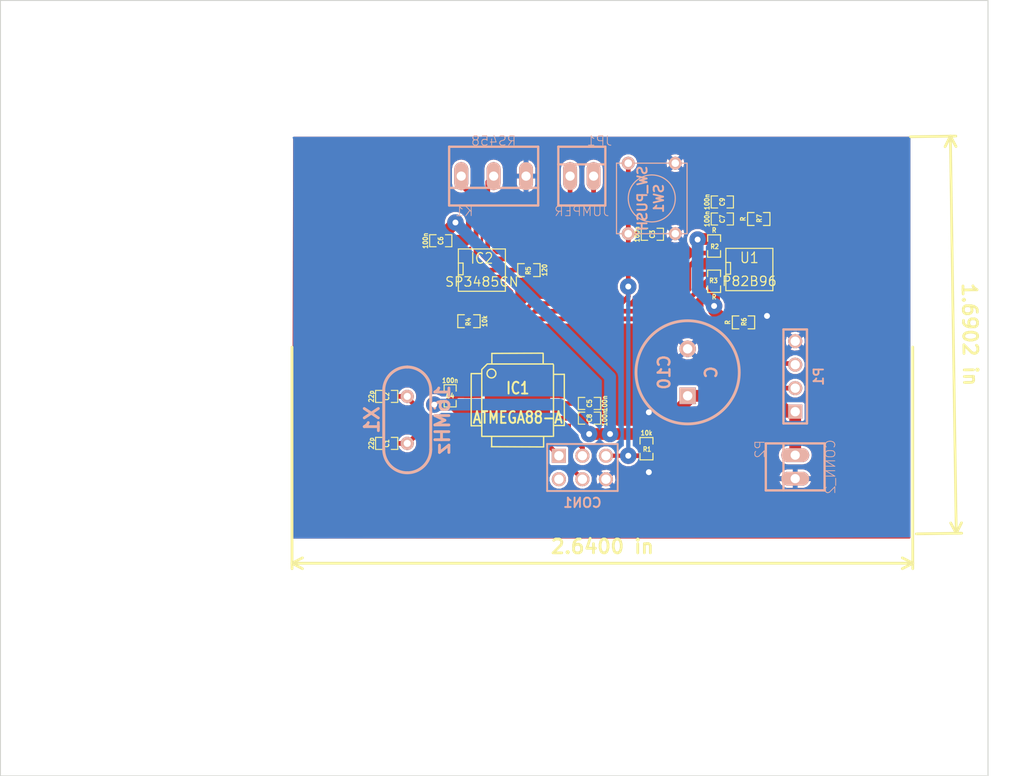
<source format=kicad_pcb>
(kicad_pcb (version 3) (host pcbnew "(2013-mar-13)-testing")

  (general
    (links 72)
    (no_connects 1)
    (area 167.589999 114.249999 278.572407 198.170001)
    (thickness 1.6)
    (drawings 6)
    (tracks 178)
    (zones 0)
    (modules 27)
    (nets 33)
  )

  (page A3)
  (layers
    (15 F.Cu signal)
    (0 B.Cu signal)
    (16 B.Adhes user)
    (17 F.Adhes user)
    (18 B.Paste user)
    (19 F.Paste user)
    (20 B.SilkS user)
    (21 F.SilkS user)
    (22 B.Mask user)
    (23 F.Mask user)
    (24 Dwgs.User user)
    (25 Cmts.User user)
    (26 Eco1.User user)
    (27 Eco2.User user)
    (28 Edge.Cuts user)
  )

  (setup
    (last_trace_width 0.508)
    (user_trace_width 0.4572)
    (user_trace_width 0.508)
    (user_trace_width 1.27)
    (trace_clearance 0.254)
    (zone_clearance 0.254)
    (zone_45_only no)
    (trace_min 0.254)
    (segment_width 0.2)
    (edge_width 0.1)
    (via_size 1.778)
    (via_drill 0.635)
    (via_min_size 1.27)
    (via_min_drill 0.508)
    (user_via 1.27 0.254)
    (uvia_size 0.508)
    (uvia_drill 0.127)
    (uvias_allowed no)
    (uvia_min_size 0.254)
    (uvia_min_drill 0.127)
    (pcb_text_width 0.3)
    (pcb_text_size 1.5 1.5)
    (mod_edge_width 0.15)
    (mod_text_size 1 1)
    (mod_text_width 0.15)
    (pad_size 1.50622 3.01498)
    (pad_drill 0.99822)
    (pad_to_mask_clearance 0)
    (aux_axis_origin 0 0)
    (visible_elements FFFFFF7F)
    (pcbplotparams
      (layerselection 3178497)
      (usegerberextensions true)
      (excludeedgelayer true)
      (linewidth 0.150000)
      (plotframeref false)
      (viasonmask false)
      (mode 1)
      (useauxorigin false)
      (hpglpennumber 1)
      (hpglpenspeed 20)
      (hpglpendiameter 15)
      (hpglpenoverlay 2)
      (psnegative false)
      (psa4output false)
      (plotreference true)
      (plotvalue true)
      (plotothertext true)
      (plotinvisibletext false)
      (padsonsilk false)
      (subtractmaskfromsilk false)
      (outputformat 1)
      (mirror false)
      (drillshape 1)
      (scaleselection 1)
      (outputdirectory ""))
  )

  (net 0 "")
  (net 1 /DRIVER_ENABLE)
  (net 2 /MISO)
  (net 3 /MODBUS_A)
  (net 4 /MODBUS_B)
  (net 5 /MOSI)
  (net 6 /RESET)
  (net 7 /SCK)
  (net 8 /SCL)
  (net 9 /SCL_OUT)
  (net 10 /SDA)
  (net 11 /SDA_OUT)
  (net 12 GND)
  (net 13 N-0000010)
  (net 14 N-0000011)
  (net 15 N-0000014)
  (net 16 N-000002)
  (net 17 N-0000020)
  (net 18 N-0000021)
  (net 19 N-0000022)
  (net 20 N-0000023)
  (net 21 N-0000024)
  (net 22 N-0000027)
  (net 23 N-0000028)
  (net 24 N-0000029)
  (net 25 N-000003)
  (net 26 N-000004)
  (net 27 N-000005)
  (net 28 N-000006)
  (net 29 N-000007)
  (net 30 N-000008)
  (net 31 N-000009)
  (net 32 VCC)

  (net_class Default "This is the default net class."
    (clearance 0.254)
    (trace_width 0.508)
    (via_dia 1.778)
    (via_drill 0.635)
    (uvia_dia 0.508)
    (uvia_drill 0.127)
    (add_net "")
    (add_net /DRIVER_ENABLE)
    (add_net /MISO)
    (add_net /MODBUS_A)
    (add_net /MODBUS_B)
    (add_net /MOSI)
    (add_net /RESET)
    (add_net /SCK)
    (add_net /SCL)
    (add_net /SCL_OUT)
    (add_net /SDA)
    (add_net /SDA_OUT)
    (add_net GND)
    (add_net N-0000010)
    (add_net N-0000011)
    (add_net N-0000014)
    (add_net N-000002)
    (add_net N-0000020)
    (add_net N-0000021)
    (add_net N-0000022)
    (add_net N-0000023)
    (add_net N-0000024)
    (add_net N-0000027)
    (add_net N-0000028)
    (add_net N-0000029)
    (add_net N-000003)
    (add_net N-000004)
    (add_net N-000005)
    (add_net N-000006)
    (add_net N-000007)
    (add_net N-000008)
    (add_net N-000009)
  )

  (net_class thinner ""
    (clearance 0.254)
    (trace_width 0.381)
    (via_dia 1.778)
    (via_drill 0.635)
    (uvia_dia 0.508)
    (uvia_drill 0.127)
  )

  (net_class thinner2 ""
    (clearance 0.254)
    (trace_width 0.4572)
    (via_dia 1.778)
    (via_drill 0.635)
    (uvia_dia 0.508)
    (uvia_drill 0.127)
  )

  (net_class vcc ""
    (clearance 0.254)
    (trace_width 1.27)
    (via_dia 1.778)
    (via_drill 0.635)
    (uvia_dia 0.508)
    (uvia_drill 0.127)
    (add_net VCC)
  )

  (module PINHEAD1-3 (layer B.Cu) (tedit 51EDA808) (tstamp 51947C24)
    (at 220.9165 133.2865)
    (path /51947B16)
    (attr virtual)
    (fp_text reference K1 (at -3.175 3.81) (layer B.SilkS)
      (effects (font (size 1.016 1.016) (thickness 0.0889)) (justify mirror))
    )
    (fp_text value RS458 (at 0 -3.81) (layer B.SilkS)
      (effects (font (size 1.016 1.016) (thickness 0.0889)) (justify mirror))
    )
    (fp_line (start -4.81 3.175) (end -4.81 -3.175) (layer B.SilkS) (width 0.254))
    (fp_line (start 4.81 3.175) (end 4.81 -3.175) (layer B.SilkS) (width 0.254))
    (fp_line (start 4.81 1.27) (end -4.81 1.27) (layer B.SilkS) (width 0.254))
    (fp_line (start -4.81 3.175) (end 4.81 3.175) (layer B.SilkS) (width 0.254))
    (fp_line (start 4.81 -3.175) (end -4.81 -3.175) (layer B.SilkS) (width 0.254))
    (pad 1 thru_hole oval (at -3.5 0) (size 1.50622 3.01498) (drill 0.99822)
      (layers *.Cu B.Paste B.SilkS B.Mask)
      (net 4 /MODBUS_B)
    )
    (pad 2 thru_hole oval (at 0 0) (size 1.50622 3.01498) (drill 0.99822)
      (layers *.Cu B.Paste B.SilkS B.Mask)
      (net 3 /MODBUS_A)
    )
    (pad 3 thru_hole oval (at 3.5 0) (size 1.50622 3.01498) (drill 0.99822)
      (layers *.Cu B.Paste B.SilkS B.Mask)
      (net 12 GND)
    )
  )

  (module SM0603_Capa   placed (layer F.Cu) (tedit 5051B1EC) (tstamp 51913DF8)
    (at 209.3595 162.179)
    (path /518B9696)
    (attr smd)
    (fp_text reference C1 (at 0 0 90) (layer F.SilkS)
      (effects (font (size 0.508 0.4572) (thickness 0.1143)))
    )
    (fp_text value 22p (at -1.651 0 90) (layer F.SilkS)
      (effects (font (size 0.508 0.4572) (thickness 0.1143)))
    )
    (fp_line (start 0.50038 0.65024) (end 1.19888 0.65024) (layer F.SilkS) (width 0.11938))
    (fp_line (start -0.50038 0.65024) (end -1.19888 0.65024) (layer F.SilkS) (width 0.11938))
    (fp_line (start 0.50038 -0.65024) (end 1.19888 -0.65024) (layer F.SilkS) (width 0.11938))
    (fp_line (start -1.19888 -0.65024) (end -0.50038 -0.65024) (layer F.SilkS) (width 0.11938))
    (fp_line (start 1.19888 -0.635) (end 1.19888 0.635) (layer F.SilkS) (width 0.11938))
    (fp_line (start -1.19888 0.635) (end -1.19888 -0.635) (layer F.SilkS) (width 0.11938))
    (pad 1 smd rect (at -0.762 0) (size 0.635 1.143)
      (layers F.Cu F.Paste F.Mask)
      (net 12 GND)
    )
    (pad 2 smd rect (at 0.762 0) (size 0.635 1.143)
      (layers F.Cu F.Paste F.Mask)
      (net 23 N-0000028)
    )
    (model smd\capacitors\C0603.wrl
      (at (xyz 0 0 0.001))
      (scale (xyz 0.5 0.5 0.5))
      (rotate (xyz 0 0 0))
    )
  )

  (module SM0603_Capa   placed (layer F.Cu) (tedit 5051B1EC) (tstamp 51913E04)
    (at 209.3595 157.099)
    (path /518B96A5)
    (attr smd)
    (fp_text reference C2 (at 0 0 90) (layer F.SilkS)
      (effects (font (size 0.508 0.4572) (thickness 0.1143)))
    )
    (fp_text value 22p (at -1.651 0 90) (layer F.SilkS)
      (effects (font (size 0.508 0.4572) (thickness 0.1143)))
    )
    (fp_line (start 0.50038 0.65024) (end 1.19888 0.65024) (layer F.SilkS) (width 0.11938))
    (fp_line (start -0.50038 0.65024) (end -1.19888 0.65024) (layer F.SilkS) (width 0.11938))
    (fp_line (start 0.50038 -0.65024) (end 1.19888 -0.65024) (layer F.SilkS) (width 0.11938))
    (fp_line (start -1.19888 -0.65024) (end -0.50038 -0.65024) (layer F.SilkS) (width 0.11938))
    (fp_line (start 1.19888 -0.635) (end 1.19888 0.635) (layer F.SilkS) (width 0.11938))
    (fp_line (start -1.19888 0.635) (end -1.19888 -0.635) (layer F.SilkS) (width 0.11938))
    (pad 1 smd rect (at -0.762 0) (size 0.635 1.143)
      (layers F.Cu F.Paste F.Mask)
      (net 12 GND)
    )
    (pad 2 smd rect (at 0.762 0) (size 0.635 1.143)
      (layers F.Cu F.Paste F.Mask)
      (net 22 N-0000027)
    )
    (model smd\capacitors\C0603.wrl
      (at (xyz 0 0 0.001))
      (scale (xyz 0.5 0.5 0.5))
      (rotate (xyz 0 0 0))
    )
  )

  (module SM0603_Capa   placed (layer F.Cu) (tedit 5051B1EC) (tstamp 51913E10)
    (at 238.0615 139.573)
    (path /518B9823)
    (attr smd)
    (fp_text reference C3 (at 0 0 90) (layer F.SilkS)
      (effects (font (size 0.508 0.4572) (thickness 0.1143)))
    )
    (fp_text value 100n (at -1.651 0 90) (layer F.SilkS)
      (effects (font (size 0.508 0.4572) (thickness 0.1143)))
    )
    (fp_line (start 0.50038 0.65024) (end 1.19888 0.65024) (layer F.SilkS) (width 0.11938))
    (fp_line (start -0.50038 0.65024) (end -1.19888 0.65024) (layer F.SilkS) (width 0.11938))
    (fp_line (start 0.50038 -0.65024) (end 1.19888 -0.65024) (layer F.SilkS) (width 0.11938))
    (fp_line (start -1.19888 -0.65024) (end -0.50038 -0.65024) (layer F.SilkS) (width 0.11938))
    (fp_line (start 1.19888 -0.635) (end 1.19888 0.635) (layer F.SilkS) (width 0.11938))
    (fp_line (start -1.19888 0.635) (end -1.19888 -0.635) (layer F.SilkS) (width 0.11938))
    (pad 1 smd rect (at -0.762 0) (size 0.635 1.143)
      (layers F.Cu F.Paste F.Mask)
      (net 6 /RESET)
    )
    (pad 2 smd rect (at 0.762 0) (size 0.635 1.143)
      (layers F.Cu F.Paste F.Mask)
      (net 12 GND)
    )
    (model smd\capacitors\C0603.wrl
      (at (xyz 0 0 0.001))
      (scale (xyz 0.5 0.5 0.5))
      (rotate (xyz 0 0 0))
    )
  )

  (module SM0603_Capa   placed (layer F.Cu) (tedit 5051B1EC) (tstamp 51913E1C)
    (at 216.2175 157.0355 270)
    (path /518BB14F)
    (attr smd)
    (fp_text reference C4 (at 0 0 360) (layer F.SilkS)
      (effects (font (size 0.508 0.4572) (thickness 0.1143)))
    )
    (fp_text value 100n (at -1.651 0 360) (layer F.SilkS)
      (effects (font (size 0.508 0.4572) (thickness 0.1143)))
    )
    (fp_line (start 0.50038 0.65024) (end 1.19888 0.65024) (layer F.SilkS) (width 0.11938))
    (fp_line (start -0.50038 0.65024) (end -1.19888 0.65024) (layer F.SilkS) (width 0.11938))
    (fp_line (start 0.50038 -0.65024) (end 1.19888 -0.65024) (layer F.SilkS) (width 0.11938))
    (fp_line (start -1.19888 -0.65024) (end -0.50038 -0.65024) (layer F.SilkS) (width 0.11938))
    (fp_line (start 1.19888 -0.635) (end 1.19888 0.635) (layer F.SilkS) (width 0.11938))
    (fp_line (start -1.19888 0.635) (end -1.19888 -0.635) (layer F.SilkS) (width 0.11938))
    (pad 1 smd rect (at -0.762 0 270) (size 0.635 1.143)
      (layers F.Cu F.Paste F.Mask)
      (net 12 GND)
    )
    (pad 2 smd rect (at 0.762 0 270) (size 0.635 1.143)
      (layers F.Cu F.Paste F.Mask)
      (net 32 VCC)
    )
    (model smd\capacitors\C0603.wrl
      (at (xyz 0 0 0.001))
      (scale (xyz 0.5 0.5 0.5))
      (rotate (xyz 0 0 0))
    )
  )

  (module SM0603_Capa   placed (layer F.Cu) (tedit 5051B1EC) (tstamp 51913E28)
    (at 231.267 157.861 180)
    (path /51913C78)
    (attr smd)
    (fp_text reference C5 (at 0 0 270) (layer F.SilkS)
      (effects (font (size 0.508 0.4572) (thickness 0.1143)))
    )
    (fp_text value 100n (at -1.651 0 270) (layer F.SilkS)
      (effects (font (size 0.508 0.4572) (thickness 0.1143)))
    )
    (fp_line (start 0.50038 0.65024) (end 1.19888 0.65024) (layer F.SilkS) (width 0.11938))
    (fp_line (start -0.50038 0.65024) (end -1.19888 0.65024) (layer F.SilkS) (width 0.11938))
    (fp_line (start 0.50038 -0.65024) (end 1.19888 -0.65024) (layer F.SilkS) (width 0.11938))
    (fp_line (start -1.19888 -0.65024) (end -0.50038 -0.65024) (layer F.SilkS) (width 0.11938))
    (fp_line (start 1.19888 -0.635) (end 1.19888 0.635) (layer F.SilkS) (width 0.11938))
    (fp_line (start -1.19888 0.635) (end -1.19888 -0.635) (layer F.SilkS) (width 0.11938))
    (pad 1 smd rect (at -0.762 0 180) (size 0.635 1.143)
      (layers F.Cu F.Paste F.Mask)
      (net 12 GND)
    )
    (pad 2 smd rect (at 0.762 0 180) (size 0.635 1.143)
      (layers F.Cu F.Paste F.Mask)
      (net 32 VCC)
    )
    (model smd\capacitors\C0603.wrl
      (at (xyz 0 0 0.001))
      (scale (xyz 0.5 0.5 0.5))
      (rotate (xyz 0 0 0))
    )
  )

  (module SM0603_Capa   placed (layer F.Cu) (tedit 5051B1EC) (tstamp 51913E34)
    (at 215.2015 140.2715)
    (path /518B9775)
    (attr smd)
    (fp_text reference C6 (at 0 0 90) (layer F.SilkS)
      (effects (font (size 0.508 0.4572) (thickness 0.1143)))
    )
    (fp_text value 100n (at -1.651 0 90) (layer F.SilkS)
      (effects (font (size 0.508 0.4572) (thickness 0.1143)))
    )
    (fp_line (start 0.50038 0.65024) (end 1.19888 0.65024) (layer F.SilkS) (width 0.11938))
    (fp_line (start -0.50038 0.65024) (end -1.19888 0.65024) (layer F.SilkS) (width 0.11938))
    (fp_line (start 0.50038 -0.65024) (end 1.19888 -0.65024) (layer F.SilkS) (width 0.11938))
    (fp_line (start -1.19888 -0.65024) (end -0.50038 -0.65024) (layer F.SilkS) (width 0.11938))
    (fp_line (start 1.19888 -0.635) (end 1.19888 0.635) (layer F.SilkS) (width 0.11938))
    (fp_line (start -1.19888 0.635) (end -1.19888 -0.635) (layer F.SilkS) (width 0.11938))
    (pad 1 smd rect (at -0.762 0) (size 0.635 1.143)
      (layers F.Cu F.Paste F.Mask)
      (net 12 GND)
    )
    (pad 2 smd rect (at 0.762 0) (size 0.635 1.143)
      (layers F.Cu F.Paste F.Mask)
      (net 32 VCC)
    )
    (model smd\capacitors\C0603.wrl
      (at (xyz 0 0 0.001))
      (scale (xyz 0.5 0.5 0.5))
      (rotate (xyz 0 0 0))
    )
  )

  (module SM0603_Capa   placed (layer F.Cu) (tedit 5051B1EC) (tstamp 51913E40)
    (at 245.618 137.922)
    (path /518B9B2D)
    (attr smd)
    (fp_text reference C7 (at 0 0 90) (layer F.SilkS)
      (effects (font (size 0.508 0.4572) (thickness 0.1143)))
    )
    (fp_text value 100n (at -1.651 0 90) (layer F.SilkS)
      (effects (font (size 0.508 0.4572) (thickness 0.1143)))
    )
    (fp_line (start 0.50038 0.65024) (end 1.19888 0.65024) (layer F.SilkS) (width 0.11938))
    (fp_line (start -0.50038 0.65024) (end -1.19888 0.65024) (layer F.SilkS) (width 0.11938))
    (fp_line (start 0.50038 -0.65024) (end 1.19888 -0.65024) (layer F.SilkS) (width 0.11938))
    (fp_line (start -1.19888 -0.65024) (end -0.50038 -0.65024) (layer F.SilkS) (width 0.11938))
    (fp_line (start 1.19888 -0.635) (end 1.19888 0.635) (layer F.SilkS) (width 0.11938))
    (fp_line (start -1.19888 0.635) (end -1.19888 -0.635) (layer F.SilkS) (width 0.11938))
    (pad 1 smd rect (at -0.762 0) (size 0.635 1.143)
      (layers F.Cu F.Paste F.Mask)
      (net 12 GND)
    )
    (pad 2 smd rect (at 0.762 0) (size 0.635 1.143)
      (layers F.Cu F.Paste F.Mask)
      (net 32 VCC)
    )
    (model smd\capacitors\C0603.wrl
      (at (xyz 0 0 0.001))
      (scale (xyz 0.5 0.5 0.5))
      (rotate (xyz 0 0 0))
    )
  )

  (module pin_array_3x2   placed (layer B.Cu) (tedit 42931587) (tstamp 51CB3BA5)
    (at 230.505 164.7825)
    (descr "Double rangee de contacts 2 x 4 pins")
    (tags CONN)
    (path /518B9ED3)
    (fp_text reference CON1 (at 0 3.81) (layer B.SilkS)
      (effects (font (size 1.016 1.016) (thickness 0.2032)) (justify mirror))
    )
    (fp_text value AVR-ISP-6 (at 0 -3.81) (layer B.SilkS) hide
      (effects (font (size 1.016 1.016) (thickness 0.2032)) (justify mirror))
    )
    (fp_line (start 3.81 -2.54) (end -3.81 -2.54) (layer B.SilkS) (width 0.2032))
    (fp_line (start -3.81 2.54) (end 3.81 2.54) (layer B.SilkS) (width 0.2032))
    (fp_line (start 3.81 2.54) (end 3.81 -2.54) (layer B.SilkS) (width 0.2032))
    (fp_line (start -3.81 -2.54) (end -3.81 2.54) (layer B.SilkS) (width 0.2032))
    (pad 1 thru_hole rect (at -2.54 -1.27) (size 1.524 1.524) (drill 1.016)
      (layers *.Cu *.Mask B.SilkS)
      (net 2 /MISO)
    )
    (pad 2 thru_hole circle (at -2.54 1.27) (size 1.524 1.524) (drill 1.016)
      (layers *.Cu *.Mask B.SilkS)
      (net 32 VCC)
    )
    (pad 3 thru_hole circle (at 0 -1.27) (size 1.524 1.524) (drill 1.016)
      (layers *.Cu *.Mask B.SilkS)
      (net 7 /SCK)
    )
    (pad 4 thru_hole circle (at 0 1.27) (size 1.524 1.524) (drill 1.016)
      (layers *.Cu *.Mask B.SilkS)
      (net 5 /MOSI)
    )
    (pad 5 thru_hole circle (at 2.54 -1.27) (size 1.524 1.524) (drill 1.016)
      (layers *.Cu *.Mask B.SilkS)
      (net 6 /RESET)
    )
    (pad 6 thru_hole circle (at 2.54 1.27) (size 1.524 1.524) (drill 1.016)
      (layers *.Cu *.Mask B.SilkS)
      (net 12 GND)
    )
    (model pin_array/pins_array_3x2.wrl
      (at (xyz 0 0 0))
      (scale (xyz 1 1 1))
      (rotate (xyz 0 0 0))
    )
  )

  (module SO8N   placed (layer F.Cu) (tedit 45127296) (tstamp 51913E80)
    (at 219.6465 143.4465)
    (descr "Module CMS SOJ 8 pins large")
    (tags "CMS SOJ")
    (path /518B9650)
    (attr smd)
    (fp_text reference IC2 (at 0 -1.27) (layer F.SilkS)
      (effects (font (size 1.143 1.016) (thickness 0.127)))
    )
    (fp_text value SP3485CN (at 0 1.27) (layer F.SilkS)
      (effects (font (size 1.016 1.016) (thickness 0.127)))
    )
    (fp_line (start -2.54 -2.286) (end 2.54 -2.286) (layer F.SilkS) (width 0.127))
    (fp_line (start 2.54 -2.286) (end 2.54 2.286) (layer F.SilkS) (width 0.127))
    (fp_line (start 2.54 2.286) (end -2.54 2.286) (layer F.SilkS) (width 0.127))
    (fp_line (start -2.54 2.286) (end -2.54 -2.286) (layer F.SilkS) (width 0.127))
    (fp_line (start -2.54 -0.762) (end -2.032 -0.762) (layer F.SilkS) (width 0.127))
    (fp_line (start -2.032 -0.762) (end -2.032 0.508) (layer F.SilkS) (width 0.127))
    (fp_line (start -2.032 0.508) (end -2.54 0.508) (layer F.SilkS) (width 0.127))
    (pad 8 smd rect (at -1.905 -3.175) (size 0.508 1.143)
      (layers F.Cu F.Paste F.Mask)
    )
    (pad 7 smd rect (at -0.635 -3.175) (size 0.508 1.143)
      (layers F.Cu F.Paste F.Mask)
      (net 4 /MODBUS_B)
    )
    (pad 6 smd rect (at 0.635 -3.175) (size 0.508 1.143)
      (layers F.Cu F.Paste F.Mask)
      (net 3 /MODBUS_A)
    )
    (pad 5 smd rect (at 1.905 -3.175) (size 0.508 1.143)
      (layers F.Cu F.Paste F.Mask)
      (net 12 GND)
    )
    (pad 4 smd rect (at 1.905 3.175) (size 0.508 1.143)
      (layers F.Cu F.Paste F.Mask)
      (net 30 N-000008)
    )
    (pad 3 smd rect (at 0.635 3.175) (size 0.508 1.143)
      (layers F.Cu F.Paste F.Mask)
      (net 1 /DRIVER_ENABLE)
    )
    (pad 2 smd rect (at -0.635 3.175) (size 0.508 1.143)
      (layers F.Cu F.Paste F.Mask)
      (net 1 /DRIVER_ENABLE)
    )
    (pad 1 smd rect (at -1.905 3.175) (size 0.508 1.143)
      (layers F.Cu F.Paste F.Mask)
      (net 28 N-000006)
    )
    (model smd/cms_so8.wrl
      (at (xyz 0 0 0))
      (scale (xyz 0.5 0.38 0.5))
      (rotate (xyz 0 0 0))
    )
  )

  (module PIN_ARRAY_4x1   placed (layer B.Cu) (tedit 4C10F42E) (tstamp 51913E98)
    (at 253.492 154.94 90)
    (descr "Double rangee de contacts 2 x 5 pins")
    (tags CONN)
    (path /51913C29)
    (fp_text reference P1 (at 0 2.54 90) (layer B.SilkS)
      (effects (font (size 1.016 1.016) (thickness 0.2032)) (justify mirror))
    )
    (fp_text value I2C (at 0 -2.54 90) (layer B.SilkS) hide
      (effects (font (size 1.016 1.016) (thickness 0.2032)) (justify mirror))
    )
    (fp_line (start 5.08 -1.27) (end -5.08 -1.27) (layer B.SilkS) (width 0.254))
    (fp_line (start 5.08 1.27) (end -5.08 1.27) (layer B.SilkS) (width 0.254))
    (fp_line (start -5.08 1.27) (end -5.08 -1.27) (layer B.SilkS) (width 0.254))
    (fp_line (start 5.08 -1.27) (end 5.08 1.27) (layer B.SilkS) (width 0.254))
    (pad 1 thru_hole rect (at -3.81 0 90) (size 1.524 1.524) (drill 1.016)
      (layers *.Cu *.Mask B.SilkS)
      (net 32 VCC)
    )
    (pad 2 thru_hole circle (at -1.27 0 90) (size 1.524 1.524) (drill 1.016)
      (layers *.Cu *.Mask B.SilkS)
      (net 11 /SDA_OUT)
    )
    (pad 3 thru_hole circle (at 1.27 0 90) (size 1.524 1.524) (drill 1.016)
      (layers *.Cu *.Mask B.SilkS)
      (net 9 /SCL_OUT)
    )
    (pad 4 thru_hole circle (at 3.81 0 90) (size 1.524 1.524) (drill 1.016)
      (layers *.Cu *.Mask B.SilkS)
      (net 12 GND)
    )
    (model pin_array\pins_array_4x1.wrl
      (at (xyz 0 0 0))
      (scale (xyz 1 1 1))
      (rotate (xyz 0 0 0))
    )
  )

  (module SM0603_Resistor   placed (layer F.Cu) (tedit 5051B21B) (tstamp 51913EA4)
    (at 237.4265 162.7505 270)
    (path /518B97EE)
    (attr smd)
    (fp_text reference R1 (at 0.0635 -0.0635 360) (layer F.SilkS)
      (effects (font (size 0.50038 0.4572) (thickness 0.1143)))
    )
    (fp_text value 10k (at -1.69926 0 360) (layer F.SilkS)
      (effects (font (size 0.508 0.4572) (thickness 0.1143)))
    )
    (fp_line (start -0.50038 -0.6985) (end -1.2065 -0.6985) (layer F.SilkS) (width 0.127))
    (fp_line (start -1.2065 -0.6985) (end -1.2065 0.6985) (layer F.SilkS) (width 0.127))
    (fp_line (start -1.2065 0.6985) (end -0.50038 0.6985) (layer F.SilkS) (width 0.127))
    (fp_line (start 1.2065 -0.6985) (end 0.50038 -0.6985) (layer F.SilkS) (width 0.127))
    (fp_line (start 1.2065 -0.6985) (end 1.2065 0.6985) (layer F.SilkS) (width 0.127))
    (fp_line (start 1.2065 0.6985) (end 0.50038 0.6985) (layer F.SilkS) (width 0.127))
    (pad 1 smd rect (at -0.762 0 270) (size 0.635 1.143)
      (layers F.Cu F.Paste F.Mask)
      (net 32 VCC)
    )
    (pad 2 smd rect (at 0.762 0 270) (size 0.635 1.143)
      (layers F.Cu F.Paste F.Mask)
      (net 6 /RESET)
    )
    (model smd\resistors\R0603.wrl
      (at (xyz 0 0 0.001))
      (scale (xyz 0.5 0.5 0.5))
      (rotate (xyz 0 0 0))
    )
  )

  (module SM0603_Resistor   placed (layer F.Cu) (tedit 5051B21B) (tstamp 51913EB0)
    (at 244.729 140.843 270)
    (path /518B9A6C)
    (attr smd)
    (fp_text reference R2 (at 0.0635 -0.0635 360) (layer F.SilkS)
      (effects (font (size 0.50038 0.4572) (thickness 0.1143)))
    )
    (fp_text value R (at -1.69926 0 360) (layer F.SilkS)
      (effects (font (size 0.508 0.4572) (thickness 0.1143)))
    )
    (fp_line (start -0.50038 -0.6985) (end -1.2065 -0.6985) (layer F.SilkS) (width 0.127))
    (fp_line (start -1.2065 -0.6985) (end -1.2065 0.6985) (layer F.SilkS) (width 0.127))
    (fp_line (start -1.2065 0.6985) (end -0.50038 0.6985) (layer F.SilkS) (width 0.127))
    (fp_line (start 1.2065 -0.6985) (end 0.50038 -0.6985) (layer F.SilkS) (width 0.127))
    (fp_line (start 1.2065 -0.6985) (end 1.2065 0.6985) (layer F.SilkS) (width 0.127))
    (fp_line (start 1.2065 0.6985) (end 0.50038 0.6985) (layer F.SilkS) (width 0.127))
    (pad 1 smd rect (at -0.762 0 270) (size 0.635 1.143)
      (layers F.Cu F.Paste F.Mask)
      (net 32 VCC)
    )
    (pad 2 smd rect (at 0.762 0 270) (size 0.635 1.143)
      (layers F.Cu F.Paste F.Mask)
      (net 8 /SCL)
    )
    (model smd\resistors\R0603.wrl
      (at (xyz 0 0 0.001))
      (scale (xyz 0.5 0.5 0.5))
      (rotate (xyz 0 0 0))
    )
  )

  (module SM0603_Resistor   placed (layer F.Cu) (tedit 5051B21B) (tstamp 51913EBC)
    (at 244.729 144.653 90)
    (path /518B9A66)
    (attr smd)
    (fp_text reference R3 (at 0.0635 -0.0635 180) (layer F.SilkS)
      (effects (font (size 0.50038 0.4572) (thickness 0.1143)))
    )
    (fp_text value R (at -1.69926 0 180) (layer F.SilkS)
      (effects (font (size 0.508 0.4572) (thickness 0.1143)))
    )
    (fp_line (start -0.50038 -0.6985) (end -1.2065 -0.6985) (layer F.SilkS) (width 0.127))
    (fp_line (start -1.2065 -0.6985) (end -1.2065 0.6985) (layer F.SilkS) (width 0.127))
    (fp_line (start -1.2065 0.6985) (end -0.50038 0.6985) (layer F.SilkS) (width 0.127))
    (fp_line (start 1.2065 -0.6985) (end 0.50038 -0.6985) (layer F.SilkS) (width 0.127))
    (fp_line (start 1.2065 -0.6985) (end 1.2065 0.6985) (layer F.SilkS) (width 0.127))
    (fp_line (start 1.2065 0.6985) (end 0.50038 0.6985) (layer F.SilkS) (width 0.127))
    (pad 1 smd rect (at -0.762 0 90) (size 0.635 1.143)
      (layers F.Cu F.Paste F.Mask)
      (net 32 VCC)
    )
    (pad 2 smd rect (at 0.762 0 90) (size 0.635 1.143)
      (layers F.Cu F.Paste F.Mask)
      (net 10 /SDA)
    )
    (model smd\resistors\R0603.wrl
      (at (xyz 0 0 0.001))
      (scale (xyz 0.5 0.5 0.5))
      (rotate (xyz 0 0 0))
    )
  )

  (module SM0603_Resistor   placed (layer F.Cu) (tedit 5051B21B) (tstamp 51913EC8)
    (at 218.2495 148.971 180)
    (path /518BA4A5)
    (attr smd)
    (fp_text reference R4 (at 0.0635 -0.0635 270) (layer F.SilkS)
      (effects (font (size 0.50038 0.4572) (thickness 0.1143)))
    )
    (fp_text value 10k (at -1.69926 0 270) (layer F.SilkS)
      (effects (font (size 0.508 0.4572) (thickness 0.1143)))
    )
    (fp_line (start -0.50038 -0.6985) (end -1.2065 -0.6985) (layer F.SilkS) (width 0.127))
    (fp_line (start -1.2065 -0.6985) (end -1.2065 0.6985) (layer F.SilkS) (width 0.127))
    (fp_line (start -1.2065 0.6985) (end -0.50038 0.6985) (layer F.SilkS) (width 0.127))
    (fp_line (start 1.2065 -0.6985) (end 0.50038 -0.6985) (layer F.SilkS) (width 0.127))
    (fp_line (start 1.2065 -0.6985) (end 1.2065 0.6985) (layer F.SilkS) (width 0.127))
    (fp_line (start 1.2065 0.6985) (end 0.50038 0.6985) (layer F.SilkS) (width 0.127))
    (pad 1 smd rect (at -0.762 0 180) (size 0.635 1.143)
      (layers F.Cu F.Paste F.Mask)
      (net 1 /DRIVER_ENABLE)
    )
    (pad 2 smd rect (at 0.762 0 180) (size 0.635 1.143)
      (layers F.Cu F.Paste F.Mask)
      (net 12 GND)
    )
    (model smd\resistors\R0603.wrl
      (at (xyz 0 0 0.001))
      (scale (xyz 0.5 0.5 0.5))
      (rotate (xyz 0 0 0))
    )
  )

  (module SM0603_Resistor   placed (layer F.Cu) (tedit 5051B21B) (tstamp 51913ED4)
    (at 224.7265 143.4465 180)
    (path /51914955)
    (attr smd)
    (fp_text reference R5 (at 0.0635 -0.0635 270) (layer F.SilkS)
      (effects (font (size 0.50038 0.4572) (thickness 0.1143)))
    )
    (fp_text value 120 (at -1.69926 0 270) (layer F.SilkS)
      (effects (font (size 0.508 0.4572) (thickness 0.1143)))
    )
    (fp_line (start -0.50038 -0.6985) (end -1.2065 -0.6985) (layer F.SilkS) (width 0.127))
    (fp_line (start -1.2065 -0.6985) (end -1.2065 0.6985) (layer F.SilkS) (width 0.127))
    (fp_line (start -1.2065 0.6985) (end -0.50038 0.6985) (layer F.SilkS) (width 0.127))
    (fp_line (start 1.2065 -0.6985) (end 0.50038 -0.6985) (layer F.SilkS) (width 0.127))
    (fp_line (start 1.2065 -0.6985) (end 1.2065 0.6985) (layer F.SilkS) (width 0.127))
    (fp_line (start 1.2065 0.6985) (end 0.50038 0.6985) (layer F.SilkS) (width 0.127))
    (pad 1 smd rect (at -0.762 0 180) (size 0.635 1.143)
      (layers F.Cu F.Paste F.Mask)
      (net 24 N-0000029)
    )
    (pad 2 smd rect (at 0.762 0 180) (size 0.635 1.143)
      (layers F.Cu F.Paste F.Mask)
      (net 4 /MODBUS_B)
    )
    (model smd\resistors\R0603.wrl
      (at (xyz 0 0 0.001))
      (scale (xyz 0.5 0.5 0.5))
      (rotate (xyz 0 0 0))
    )
  )

  (module SM0603_Resistor   placed (layer F.Cu) (tedit 5051B21B) (tstamp 51913EE0)
    (at 247.904 149.098)
    (path /51914D89)
    (attr smd)
    (fp_text reference R6 (at 0.0635 -0.0635 90) (layer F.SilkS)
      (effects (font (size 0.50038 0.4572) (thickness 0.1143)))
    )
    (fp_text value R (at -1.69926 0 90) (layer F.SilkS)
      (effects (font (size 0.508 0.4572) (thickness 0.1143)))
    )
    (fp_line (start -0.50038 -0.6985) (end -1.2065 -0.6985) (layer F.SilkS) (width 0.127))
    (fp_line (start -1.2065 -0.6985) (end -1.2065 0.6985) (layer F.SilkS) (width 0.127))
    (fp_line (start -1.2065 0.6985) (end -0.50038 0.6985) (layer F.SilkS) (width 0.127))
    (fp_line (start 1.2065 -0.6985) (end 0.50038 -0.6985) (layer F.SilkS) (width 0.127))
    (fp_line (start 1.2065 -0.6985) (end 1.2065 0.6985) (layer F.SilkS) (width 0.127))
    (fp_line (start 1.2065 0.6985) (end 0.50038 0.6985) (layer F.SilkS) (width 0.127))
    (pad 1 smd rect (at -0.762 0) (size 0.635 1.143)
      (layers F.Cu F.Paste F.Mask)
      (net 32 VCC)
    )
    (pad 2 smd rect (at 0.762 0) (size 0.635 1.143)
      (layers F.Cu F.Paste F.Mask)
      (net 11 /SDA_OUT)
    )
    (model smd\resistors\R0603.wrl
      (at (xyz 0 0 0.001))
      (scale (xyz 0.5 0.5 0.5))
      (rotate (xyz 0 0 0))
    )
  )

  (module SM0603_Resistor   placed (layer F.Cu) (tedit 5051B21B) (tstamp 51913EEC)
    (at 249.555 137.922)
    (path /51914DFB)
    (attr smd)
    (fp_text reference R7 (at 0.0635 -0.0635 90) (layer F.SilkS)
      (effects (font (size 0.50038 0.4572) (thickness 0.1143)))
    )
    (fp_text value R (at -1.69926 0 90) (layer F.SilkS)
      (effects (font (size 0.508 0.4572) (thickness 0.1143)))
    )
    (fp_line (start -0.50038 -0.6985) (end -1.2065 -0.6985) (layer F.SilkS) (width 0.127))
    (fp_line (start -1.2065 -0.6985) (end -1.2065 0.6985) (layer F.SilkS) (width 0.127))
    (fp_line (start -1.2065 0.6985) (end -0.50038 0.6985) (layer F.SilkS) (width 0.127))
    (fp_line (start 1.2065 -0.6985) (end 0.50038 -0.6985) (layer F.SilkS) (width 0.127))
    (fp_line (start 1.2065 -0.6985) (end 1.2065 0.6985) (layer F.SilkS) (width 0.127))
    (fp_line (start 1.2065 0.6985) (end 0.50038 0.6985) (layer F.SilkS) (width 0.127))
    (pad 1 smd rect (at -0.762 0) (size 0.635 1.143)
      (layers F.Cu F.Paste F.Mask)
      (net 32 VCC)
    )
    (pad 2 smd rect (at 0.762 0) (size 0.635 1.143)
      (layers F.Cu F.Paste F.Mask)
      (net 9 /SCL_OUT)
    )
    (model smd\resistors\R0603.wrl
      (at (xyz 0 0 0.001))
      (scale (xyz 0.5 0.5 0.5))
      (rotate (xyz 0 0 0))
    )
  )

  (module SW_PUSH_SMALL   placed (layer B.Cu) (tedit 51947544) (tstamp 51913EF9)
    (at 237.998 135.6995 90)
    (path /518B991E)
    (fp_text reference SW1 (at 0 0.762 90) (layer B.SilkS)
      (effects (font (size 1.016 1.016) (thickness 0.2032)) (justify mirror))
    )
    (fp_text value SW_PUSH (at 0 -1.016 90) (layer B.SilkS)
      (effects (font (size 1.016 1.016) (thickness 0.2032)) (justify mirror))
    )
    (fp_circle (center 0 0) (end 0 2.54) (layer B.SilkS) (width 0.127))
    (fp_line (start -3.81 3.81) (end 3.81 3.81) (layer B.SilkS) (width 0.127))
    (fp_line (start 3.81 3.81) (end 3.81 -3.81) (layer B.SilkS) (width 0.127))
    (fp_line (start 3.81 -3.81) (end -3.81 -3.81) (layer B.SilkS) (width 0.127))
    (fp_line (start -3.81 3.81) (end -3.81 -3.81) (layer B.SilkS) (width 0.127))
    (pad 1 thru_hole circle (at 3.81 2.54 90) (size 1.397 1.397) (drill 0.8128)
      (layers *.Cu *.Mask B.SilkS)
      (net 12 GND)
    )
    (pad 2 thru_hole circle (at 3.81 -2.54 90) (size 1.397 1.397) (drill 0.8128)
      (layers *.Cu *.Mask B.SilkS)
      (net 6 /RESET)
    )
    (pad 1 thru_hole circle (at -3.81 2.54 90) (size 1.397 1.397) (drill 0.8128)
      (layers *.Cu *.Mask B.SilkS)
      (net 12 GND)
    )
    (pad 2 thru_hole circle (at -3.81 -2.54 90) (size 1.397 1.397) (drill 0.8128)
      (layers *.Cu *.Mask B.SilkS)
      (net 6 /RESET)
    )
  )

  (module SO8N   placed (layer F.Cu) (tedit 45127296) (tstamp 51913F0C)
    (at 248.539 143.383)
    (descr "Module CMS SOJ 8 pins large")
    (tags "CMS SOJ")
    (path /518BB0F8)
    (attr smd)
    (fp_text reference U1 (at 0 -1.27) (layer F.SilkS)
      (effects (font (size 1.143 1.016) (thickness 0.127)))
    )
    (fp_text value P82B96 (at 0 1.27) (layer F.SilkS)
      (effects (font (size 1.016 1.016) (thickness 0.127)))
    )
    (fp_line (start -2.54 -2.286) (end 2.54 -2.286) (layer F.SilkS) (width 0.127))
    (fp_line (start 2.54 -2.286) (end 2.54 2.286) (layer F.SilkS) (width 0.127))
    (fp_line (start 2.54 2.286) (end -2.54 2.286) (layer F.SilkS) (width 0.127))
    (fp_line (start -2.54 2.286) (end -2.54 -2.286) (layer F.SilkS) (width 0.127))
    (fp_line (start -2.54 -0.762) (end -2.032 -0.762) (layer F.SilkS) (width 0.127))
    (fp_line (start -2.032 -0.762) (end -2.032 0.508) (layer F.SilkS) (width 0.127))
    (fp_line (start -2.032 0.508) (end -2.54 0.508) (layer F.SilkS) (width 0.127))
    (pad 8 smd rect (at -1.905 -3.175) (size 0.508 1.143)
      (layers F.Cu F.Paste F.Mask)
      (net 32 VCC)
    )
    (pad 7 smd rect (at -0.635 -3.175) (size 0.508 1.143)
      (layers F.Cu F.Paste F.Mask)
      (net 8 /SCL)
    )
    (pad 6 smd rect (at 0.635 -3.175) (size 0.508 1.143)
      (layers F.Cu F.Paste F.Mask)
      (net 9 /SCL_OUT)
    )
    (pad 5 smd rect (at 1.905 -3.175) (size 0.508 1.143)
      (layers F.Cu F.Paste F.Mask)
      (net 9 /SCL_OUT)
    )
    (pad 4 smd rect (at 1.905 3.175) (size 0.508 1.143)
      (layers F.Cu F.Paste F.Mask)
      (net 12 GND)
    )
    (pad 3 smd rect (at 0.635 3.175) (size 0.508 1.143)
      (layers F.Cu F.Paste F.Mask)
      (net 11 /SDA_OUT)
    )
    (pad 2 smd rect (at -0.635 3.175) (size 0.508 1.143)
      (layers F.Cu F.Paste F.Mask)
      (net 11 /SDA_OUT)
    )
    (pad 1 smd rect (at -1.905 3.175) (size 0.508 1.143)
      (layers F.Cu F.Paste F.Mask)
      (net 10 /SDA)
    )
    (model smd/cms_so8.wrl
      (at (xyz 0 0 0))
      (scale (xyz 0.5 0.38 0.5))
      (rotate (xyz 0 0 0))
    )
  )

  (module HC-49V   placed (layer B.Cu) (tedit 4C5EC450) (tstamp 51913F18)
    (at 211.582 159.639 270)
    (descr "Quartz boitier HC-49 Vertical")
    (tags "QUARTZ DEV")
    (path /518B9687)
    (autoplace_cost180 10)
    (fp_text reference X1 (at 0 3.81 270) (layer B.SilkS)
      (effects (font (thickness 0.3048)) (justify mirror))
    )
    (fp_text value 16MHz (at 0 -3.81 270) (layer B.SilkS)
      (effects (font (thickness 0.3048)) (justify mirror))
    )
    (fp_line (start -3.175 -2.54) (end 3.175 -2.54) (layer B.SilkS) (width 0.3175))
    (fp_line (start -3.175 2.54) (end 3.175 2.54) (layer B.SilkS) (width 0.3175))
    (fp_arc (start 3.175 0) (end 3.175 2.54) (angle -90) (layer B.SilkS) (width 0.3175))
    (fp_arc (start 3.175 0) (end 5.715 0) (angle -90) (layer B.SilkS) (width 0.3175))
    (fp_arc (start -3.175 0) (end -5.715 0) (angle -90) (layer B.SilkS) (width 0.3175))
    (fp_arc (start -3.175 0) (end -3.175 -2.54) (angle -90) (layer B.SilkS) (width 0.3175))
    (pad 1 thru_hole circle (at -2.54 0 270) (size 1.4224 1.4224) (drill 0.762)
      (layers *.Cu *.Mask B.SilkS)
      (net 22 N-0000027)
    )
    (pad 2 thru_hole circle (at 2.54 0 270) (size 1.4224 1.4224) (drill 0.762)
      (layers *.Cu *.Mask B.SilkS)
      (net 23 N-0000028)
    )
    (model discret/xtal/crystal_hc18u_vertical.wrl
      (at (xyz 0 0 0))
      (scale (xyz 1 1 0.2))
      (rotate (xyz 0 0 0))
    )
  )

  (module PINHEAD1-2 (layer B.Cu) (tedit 4C5EDFB2) (tstamp 519479BF)
    (at 230.4415 133.2865 180)
    (path /51914A01)
    (attr virtual)
    (fp_text reference JP1 (at -1.905 3.81 180) (layer B.SilkS)
      (effects (font (size 1.016 1.016) (thickness 0.0889)) (justify mirror))
    )
    (fp_text value JUMPER (at 0 -3.81 180) (layer B.SilkS)
      (effects (font (size 1.016 1.016) (thickness 0.0889)) (justify mirror))
    )
    (fp_line (start 2.54 1.27) (end -2.54 1.27) (layer B.SilkS) (width 0.254))
    (fp_line (start 2.54 -3.175) (end -2.54 -3.175) (layer B.SilkS) (width 0.254))
    (fp_line (start -2.54 3.175) (end 2.54 3.175) (layer B.SilkS) (width 0.254))
    (fp_line (start -2.54 3.175) (end -2.54 -3.175) (layer B.SilkS) (width 0.254))
    (fp_line (start 2.54 3.175) (end 2.54 -3.175) (layer B.SilkS) (width 0.254))
    (pad 1 thru_hole oval (at -1.27 0 180) (size 1.50622 3.01498) (drill 0.99822)
      (layers *.Cu B.Paste B.SilkS B.Mask)
      (net 24 N-0000029)
    )
    (pad 2 thru_hole oval (at 1.27 0 180) (size 1.50622 3.01498) (drill 0.99822)
      (layers *.Cu B.Paste B.SilkS B.Mask)
      (net 3 /MODBUS_A)
    )
  )

  (module SM0603_Capa (layer F.Cu) (tedit 5051B1EC) (tstamp 51CB3A50)
    (at 231.267 159.4485 180)
    (path /51CB3B70)
    (attr smd)
    (fp_text reference C8 (at 0 0 270) (layer F.SilkS)
      (effects (font (size 0.508 0.4572) (thickness 0.1143)))
    )
    (fp_text value 100n (at -1.651 0 270) (layer F.SilkS)
      (effects (font (size 0.508 0.4572) (thickness 0.1143)))
    )
    (fp_line (start 0.50038 0.65024) (end 1.19888 0.65024) (layer F.SilkS) (width 0.11938))
    (fp_line (start -0.50038 0.65024) (end -1.19888 0.65024) (layer F.SilkS) (width 0.11938))
    (fp_line (start 0.50038 -0.65024) (end 1.19888 -0.65024) (layer F.SilkS) (width 0.11938))
    (fp_line (start -1.19888 -0.65024) (end -0.50038 -0.65024) (layer F.SilkS) (width 0.11938))
    (fp_line (start 1.19888 -0.635) (end 1.19888 0.635) (layer F.SilkS) (width 0.11938))
    (fp_line (start -1.19888 0.635) (end -1.19888 -0.635) (layer F.SilkS) (width 0.11938))
    (pad 1 smd rect (at -0.762 0 180) (size 0.635 1.143)
      (layers F.Cu F.Paste F.Mask)
      (net 12 GND)
    )
    (pad 2 smd rect (at 0.762 0 180) (size 0.635 1.143)
      (layers F.Cu F.Paste F.Mask)
      (net 32 VCC)
    )
    (model smd\capacitors\C0603.wrl
      (at (xyz 0 0 0.001))
      (scale (xyz 0.5 0.5 0.5))
      (rotate (xyz 0 0 0))
    )
  )

  (module SM0603_Capa (layer F.Cu) (tedit 5051B1EC) (tstamp 51CB3A5C)
    (at 245.618 136.0805)
    (path /51CB3A81)
    (attr smd)
    (fp_text reference C9 (at 0 0 90) (layer F.SilkS)
      (effects (font (size 0.508 0.4572) (thickness 0.1143)))
    )
    (fp_text value 100n (at -1.651 0 90) (layer F.SilkS)
      (effects (font (size 0.508 0.4572) (thickness 0.1143)))
    )
    (fp_line (start 0.50038 0.65024) (end 1.19888 0.65024) (layer F.SilkS) (width 0.11938))
    (fp_line (start -0.50038 0.65024) (end -1.19888 0.65024) (layer F.SilkS) (width 0.11938))
    (fp_line (start 0.50038 -0.65024) (end 1.19888 -0.65024) (layer F.SilkS) (width 0.11938))
    (fp_line (start -1.19888 -0.65024) (end -0.50038 -0.65024) (layer F.SilkS) (width 0.11938))
    (fp_line (start 1.19888 -0.635) (end 1.19888 0.635) (layer F.SilkS) (width 0.11938))
    (fp_line (start -1.19888 0.635) (end -1.19888 -0.635) (layer F.SilkS) (width 0.11938))
    (pad 1 smd rect (at -0.762 0) (size 0.635 1.143)
      (layers F.Cu F.Paste F.Mask)
      (net 12 GND)
    )
    (pad 2 smd rect (at 0.762 0) (size 0.635 1.143)
      (layers F.Cu F.Paste F.Mask)
      (net 32 VCC)
    )
    (model smd\capacitors\C0603.wrl
      (at (xyz 0 0 0.001))
      (scale (xyz 0.5 0.5 0.5))
      (rotate (xyz 0 0 0))
    )
  )

  (module TQFP32 (layer F.Cu) (tedit 43A670DA) (tstamp 51CB3A5D)
    (at 223.52 157.48)
    (path /51CB3712)
    (fp_text reference IC1 (at 0 -1.27) (layer F.SilkS)
      (effects (font (size 1.27 1.016) (thickness 0.2032)))
    )
    (fp_text value ATMEGA88-A (at 0 1.905) (layer F.SilkS)
      (effects (font (size 1.27 1.016) (thickness 0.2032)))
    )
    (fp_line (start 5.0292 2.7686) (end 3.8862 2.7686) (layer F.SilkS) (width 0.1524))
    (fp_line (start 5.0292 -2.7686) (end 3.9116 -2.7686) (layer F.SilkS) (width 0.1524))
    (fp_line (start 5.0292 2.7686) (end 5.0292 -2.7686) (layer F.SilkS) (width 0.1524))
    (fp_line (start 2.794 3.9624) (end 2.794 5.0546) (layer F.SilkS) (width 0.1524))
    (fp_line (start -2.8194 3.9878) (end -2.8194 5.0546) (layer F.SilkS) (width 0.1524))
    (fp_line (start -2.8448 5.0546) (end 2.794 5.08) (layer F.SilkS) (width 0.1524))
    (fp_line (start -2.794 -5.0292) (end 2.7178 -5.0546) (layer F.SilkS) (width 0.1524))
    (fp_line (start -3.8862 -3.2766) (end -3.8862 3.9116) (layer F.SilkS) (width 0.1524))
    (fp_line (start 2.7432 -5.0292) (end 2.7432 -3.9878) (layer F.SilkS) (width 0.1524))
    (fp_line (start -3.2512 -3.8862) (end 3.81 -3.8862) (layer F.SilkS) (width 0.1524))
    (fp_line (start 3.8608 3.937) (end 3.8608 -3.7846) (layer F.SilkS) (width 0.1524))
    (fp_line (start -3.8862 3.937) (end 3.7338 3.937) (layer F.SilkS) (width 0.1524))
    (fp_line (start -5.0292 -2.8448) (end -5.0292 2.794) (layer F.SilkS) (width 0.1524))
    (fp_line (start -5.0292 2.794) (end -3.8862 2.794) (layer F.SilkS) (width 0.1524))
    (fp_line (start -3.87604 -3.302) (end -3.29184 -3.8862) (layer F.SilkS) (width 0.1524))
    (fp_line (start -5.02412 -2.8448) (end -3.87604 -2.8448) (layer F.SilkS) (width 0.1524))
    (fp_line (start -2.794 -3.8862) (end -2.794 -5.03428) (layer F.SilkS) (width 0.1524))
    (fp_circle (center -2.83972 -2.86004) (end -2.43332 -2.60604) (layer F.SilkS) (width 0.1524))
    (pad 8 smd rect (at -4.81584 2.77622) (size 1.99898 0.44958)
      (layers F.Cu F.Paste F.Mask)
      (net 23 N-0000028)
    )
    (pad 7 smd rect (at -4.81584 1.97612) (size 1.99898 0.44958)
      (layers F.Cu F.Paste F.Mask)
      (net 22 N-0000027)
    )
    (pad 6 smd rect (at -4.81584 1.17602) (size 1.99898 0.44958)
      (layers F.Cu F.Paste F.Mask)
      (net 32 VCC)
    )
    (pad 5 smd rect (at -4.81584 0.37592) (size 1.99898 0.44958)
      (layers F.Cu F.Paste F.Mask)
      (net 12 GND)
    )
    (pad 4 smd rect (at -4.81584 -0.42418) (size 1.99898 0.44958)
      (layers F.Cu F.Paste F.Mask)
      (net 32 VCC)
    )
    (pad 3 smd rect (at -4.81584 -1.22428) (size 1.99898 0.44958)
      (layers F.Cu F.Paste F.Mask)
      (net 12 GND)
    )
    (pad 2 smd rect (at -4.81584 -2.02438) (size 1.99898 0.44958)
      (layers F.Cu F.Paste F.Mask)
      (net 16 N-000002)
    )
    (pad 1 smd rect (at -4.81584 -2.82448) (size 1.99898 0.44958)
      (layers F.Cu F.Paste F.Mask)
      (net 25 N-000003)
    )
    (pad 24 smd rect (at 4.7498 -2.8194) (size 1.99898 0.44958)
      (layers F.Cu F.Paste F.Mask)
      (net 18 N-0000021)
    )
    (pad 17 smd rect (at 4.7498 2.794) (size 1.99898 0.44958)
      (layers F.Cu F.Paste F.Mask)
      (net 7 /SCK)
    )
    (pad 18 smd rect (at 4.7498 1.9812) (size 1.99898 0.44958)
      (layers F.Cu F.Paste F.Mask)
      (net 32 VCC)
    )
    (pad 19 smd rect (at 4.7498 1.1684) (size 1.99898 0.44958)
      (layers F.Cu F.Paste F.Mask)
      (net 21 N-0000024)
    )
    (pad 20 smd rect (at 4.7498 0.381) (size 1.99898 0.44958)
      (layers F.Cu F.Paste F.Mask)
      (net 32 VCC)
    )
    (pad 21 smd rect (at 4.7498 -0.4318) (size 1.99898 0.44958)
      (layers F.Cu F.Paste F.Mask)
      (net 12 GND)
    )
    (pad 22 smd rect (at 4.7498 -1.2192) (size 1.99898 0.44958)
      (layers F.Cu F.Paste F.Mask)
      (net 13 N-0000010)
    )
    (pad 23 smd rect (at 4.7498 -2.032) (size 1.99898 0.44958)
      (layers F.Cu F.Paste F.Mask)
      (net 15 N-0000014)
    )
    (pad 32 smd rect (at -2.82448 -4.826) (size 0.44958 1.99898)
      (layers F.Cu F.Paste F.Mask)
      (net 1 /DRIVER_ENABLE)
    )
    (pad 31 smd rect (at -2.02692 -4.826) (size 0.44958 1.99898)
      (layers F.Cu F.Paste F.Mask)
      (net 30 N-000008)
    )
    (pad 30 smd rect (at -1.22428 -4.826) (size 0.44958 1.99898)
      (layers F.Cu F.Paste F.Mask)
      (net 28 N-000006)
    )
    (pad 29 smd rect (at -0.42672 -4.826) (size 0.44958 1.99898)
      (layers F.Cu F.Paste F.Mask)
      (net 6 /RESET)
    )
    (pad 28 smd rect (at 0.37592 -4.826) (size 0.44958 1.99898)
      (layers F.Cu F.Paste F.Mask)
      (net 8 /SCL)
    )
    (pad 27 smd rect (at 1.17348 -4.826) (size 0.44958 1.99898)
      (layers F.Cu F.Paste F.Mask)
      (net 10 /SDA)
    )
    (pad 26 smd rect (at 1.97612 -4.826) (size 0.44958 1.99898)
      (layers F.Cu F.Paste F.Mask)
      (net 20 N-0000023)
    )
    (pad 25 smd rect (at 2.77368 -4.826) (size 0.44958 1.99898)
      (layers F.Cu F.Paste F.Mask)
      (net 19 N-0000022)
    )
    (pad 9 smd rect (at -2.8194 4.7752) (size 0.44958 1.99898)
      (layers F.Cu F.Paste F.Mask)
      (net 26 N-000004)
    )
    (pad 10 smd rect (at -2.032 4.7752) (size 0.44958 1.99898)
      (layers F.Cu F.Paste F.Mask)
      (net 27 N-000005)
    )
    (pad 11 smd rect (at -1.2192 4.7752) (size 0.44958 1.99898)
      (layers F.Cu F.Paste F.Mask)
      (net 29 N-000007)
    )
    (pad 12 smd rect (at -0.4318 4.7752) (size 0.44958 1.99898)
      (layers F.Cu F.Paste F.Mask)
      (net 31 N-000009)
    )
    (pad 13 smd rect (at 0.3556 4.7752) (size 0.44958 1.99898)
      (layers F.Cu F.Paste F.Mask)
      (net 14 N-0000011)
    )
    (pad 14 smd rect (at 1.1684 4.7752) (size 0.44958 1.99898)
      (layers F.Cu F.Paste F.Mask)
      (net 17 N-0000020)
    )
    (pad 15 smd rect (at 1.9812 4.7752) (size 0.44958 1.99898)
      (layers F.Cu F.Paste F.Mask)
      (net 5 /MOSI)
    )
    (pad 16 smd rect (at 2.794 4.7752) (size 0.44958 1.99898)
      (layers F.Cu F.Paste F.Mask)
      (net 2 /MISO)
    )
    (model smd/tqfp32.wrl
      (at (xyz 0 0 0))
      (scale (xyz 1 1 1))
      (rotate (xyz 0 0 0))
    )
  )

  (module C2V10 (layer B.Cu) (tedit 41854742) (tstamp 51ED6E72)
    (at 241.8715 154.4955 90)
    (descr "Condensateur polarise")
    (tags CP)
    (path /51ED6542)
    (fp_text reference C10 (at 0 -2.54 90) (layer B.SilkS)
      (effects (font (size 1.27 1.27) (thickness 0.254)) (justify mirror))
    )
    (fp_text value C (at 0 2.54 90) (layer B.SilkS)
      (effects (font (size 1.27 1.27) (thickness 0.254)) (justify mirror))
    )
    (fp_circle (center 0 0) (end 4.826 2.794) (layer B.SilkS) (width 0.3048))
    (pad 1 thru_hole rect (at -2.54 0 90) (size 1.778 1.778) (drill 1.016)
      (layers *.Cu *.Mask B.SilkS)
      (net 32 VCC)
    )
    (pad 2 thru_hole circle (at 2.54 0 90) (size 1.778 1.778) (drill 1.016)
      (layers *.Cu *.Mask B.SilkS)
      (net 12 GND)
    )
    (model discret/c_vert_c2v10.wrl
      (at (xyz 0 0 0))
      (scale (xyz 1 1 1))
      (rotate (xyz 0 0 0))
    )
  )

  (module PINHEAD1-2 (layer B.Cu) (tedit 4C5EDFB2) (tstamp 51ED9FFA)
    (at 253.492 164.719 270)
    (path /51ED64AF)
    (attr virtual)
    (fp_text reference P2 (at -1.905 3.81 270) (layer B.SilkS)
      (effects (font (size 1.016 1.016) (thickness 0.0889)) (justify mirror))
    )
    (fp_text value CONN_2 (at 0 -3.81 270) (layer B.SilkS)
      (effects (font (size 1.016 1.016) (thickness 0.0889)) (justify mirror))
    )
    (fp_line (start 2.54 1.27) (end -2.54 1.27) (layer B.SilkS) (width 0.254))
    (fp_line (start 2.54 -3.175) (end -2.54 -3.175) (layer B.SilkS) (width 0.254))
    (fp_line (start -2.54 3.175) (end 2.54 3.175) (layer B.SilkS) (width 0.254))
    (fp_line (start -2.54 3.175) (end -2.54 -3.175) (layer B.SilkS) (width 0.254))
    (fp_line (start 2.54 3.175) (end 2.54 -3.175) (layer B.SilkS) (width 0.254))
    (pad 1 thru_hole oval (at -1.27 0 270) (size 1.50622 3.01498) (drill 0.99822)
      (layers *.Cu B.Paste B.SilkS B.Mask)
      (net 32 VCC)
    )
    (pad 2 thru_hole oval (at 1.27 0 270) (size 1.50622 3.01498) (drill 0.99822)
      (layers *.Cu B.Paste B.SilkS B.Mask)
      (net 12 GND)
    )
  )

  (dimension 42.930696 (width 0.3) (layer F.SilkS)
    (gr_text "42.931 mm" (at 271.922407 150.41117 270.8475089) (layer F.SilkS)
      (effects (font (size 1.5 1.5) (thickness 0.3)))
    )
    (feature1 (pts (xy 266.573 171.958) (xy 273.58976 171.854202)))
    (feature2 (pts (xy 265.938 129.032) (xy 272.95476 128.928202)))
    (crossbar (pts (xy 270.255055 128.968138) (xy 270.890055 171.894138)))
    (arrow1a (pts (xy 270.890055 171.894138) (xy 270.287036 170.776431)))
    (arrow1b (pts (xy 270.890055 171.894138) (xy 271.459749 170.759084)))
    (arrow2a (pts (xy 270.255055 128.968138) (xy 269.685361 130.103192)))
    (arrow2b (pts (xy 270.255055 128.968138) (xy 270.858074 130.085845)))
  )
  (dimension 67.056 (width 0.3) (layer F.SilkS)
    (gr_text "67.056 mm" (at 232.664 176.483) (layer F.SilkS)
      (effects (font (size 1.5 1.5) (thickness 0.3)))
    )
    (feature1 (pts (xy 266.192 151.765) (xy 266.192 177.833)))
    (feature2 (pts (xy 199.136 151.765) (xy 199.136 177.833)))
    (crossbar (pts (xy 199.136 175.133) (xy 266.192 175.133)))
    (arrow1a (pts (xy 266.192 175.133) (xy 265.065496 175.719421)))
    (arrow1b (pts (xy 266.192 175.133) (xy 265.065496 174.546579)))
    (arrow2a (pts (xy 199.136 175.133) (xy 200.262504 175.719421)))
    (arrow2b (pts (xy 199.136 175.133) (xy 200.262504 174.546579)))
  )
  (gr_line (start 274.32 114.3) (end 167.64 114.3) (angle 90) (layer Edge.Cuts) (width 0.1))
  (gr_line (start 274.32 198.12) (end 274.32 114.3) (angle 90) (layer Edge.Cuts) (width 0.1))
  (gr_line (start 167.64 198.12) (end 274.32 198.12) (angle 90) (layer Edge.Cuts) (width 0.1))
  (gr_line (start 167.64 114.3) (end 167.64 198.12) (angle 90) (layer Edge.Cuts) (width 0.1))

  (segment (start 237.4265 159.258) (end 237.4265 159.0675) (width 0.508) (layer F.Cu) (net 0))
  (segment (start 237.744 165.227) (end 237.8075 165.227) (width 0.508) (layer F.Cu) (net 0) (tstamp 51EE5B37))
  (segment (start 237.6805 165.2905) (end 237.744 165.227) (width 0.508) (layer F.Cu) (net 0) (tstamp 51EE5B36))
  (via (at 237.6805 165.2905) (size 1.778) (layers F.Cu B.Cu) (net 0))
  (segment (start 237.6805 158.8135) (end 237.6805 165.2905) (width 0.508) (layer B.Cu) (net 0) (tstamp 51EE5B21))
  (via (at 237.6805 158.8135) (size 1.778) (layers F.Cu B.Cu) (net 0))
  (segment (start 237.4265 159.0675) (end 237.6805 158.8135) (width 0.508) (layer F.Cu) (net 0) (tstamp 51EE5B19))
  (segment (start 219.0115 148.971) (end 219.0115 146.6215) (width 0.508) (layer F.Cu) (net 1))
  (segment (start 220.69552 152.654) (end 220.69552 147.03552) (width 0.508) (layer F.Cu) (net 1))
  (segment (start 220.69552 147.03552) (end 220.2815 146.6215) (width 0.508) (layer F.Cu) (net 1) (tstamp 51CB3D56))
  (segment (start 220.2815 146.6215) (end 219.0115 146.6215) (width 0.508) (layer F.Cu) (net 1))
  (segment (start 226.314 162.2552) (end 226.7077 162.2552) (width 0.508) (layer F.Cu) (net 2))
  (segment (start 226.7077 162.2552) (end 227.965 163.5125) (width 0.508) (layer F.Cu) (net 2) (tstamp 51EDA380))
  (segment (start 229.1715 133.2865) (end 229.1715 136.2075) (width 0.508) (layer F.Cu) (net 3))
  (segment (start 229.1715 136.2075) (end 223.139 142.24) (width 0.508) (layer F.Cu) (net 3) (tstamp 51EE387C))
  (segment (start 220.98 142.24) (end 223.139 142.24) (width 0.508) (layer F.Cu) (net 3))
  (segment (start 220.2815 140.2715) (end 220.2815 141.5415) (width 0.508) (layer F.Cu) (net 3))
  (segment (start 220.2815 141.5415) (end 220.98 142.24) (width 0.508) (layer F.Cu) (net 3) (tstamp 51947F03))
  (segment (start 220.98 142.24) (end 220.9165 142.1765) (width 0.508) (layer F.Cu) (net 3) (tstamp 51CB466C))
  (segment (start 220.2815 140.2715) (end 220.2815 133.9215) (width 0.508) (layer F.Cu) (net 3))
  (segment (start 220.2815 133.9215) (end 220.9165 133.2865) (width 0.508) (layer F.Cu) (net 3) (tstamp 51947ED0))
  (segment (start 217.4165 133.2865) (end 217.4165 134.2315) (width 0.508) (layer F.Cu) (net 4))
  (segment (start 217.4165 134.2315) (end 219.0115 135.8265) (width 0.508) (layer F.Cu) (net 4) (tstamp 51EDA849))
  (segment (start 223.9645 143.4465) (end 220.2815 143.4465) (width 0.508) (layer F.Cu) (net 4))
  (segment (start 219.0115 142.1765) (end 219.0115 140.2715) (width 0.508) (layer F.Cu) (net 4) (tstamp 51947F20))
  (segment (start 220.2815 143.4465) (end 219.0115 142.1765) (width 0.508) (layer F.Cu) (net 4) (tstamp 51947F1F))
  (segment (start 219.0115 140.2715) (end 219.0115 135.8265) (width 0.508) (layer F.Cu) (net 4))
  (segment (start 219.0115 135.8265) (end 218.3765 135.1915) (width 0.508) (layer F.Cu) (net 4) (tstamp 51947ECC))
  (segment (start 225.5012 162.2552) (end 225.5012 163.9062) (width 0.508) (layer F.Cu) (net 5))
  (segment (start 229.235 164.7825) (end 230.505 166.0525) (width 0.4572) (layer F.Cu) (net 5) (tstamp 51EDA3A2))
  (segment (start 226.3775 164.7825) (end 229.235 164.7825) (width 0.4572) (layer F.Cu) (net 5) (tstamp 51EDA396))
  (segment (start 225.5012 163.9062) (end 226.3775 164.7825) (width 0.4572) (layer F.Cu) (net 5) (tstamp 51EDA391))
  (segment (start 235.458 139.5095) (end 237.236 139.5095) (width 0.508) (layer F.Cu) (net 6))
  (segment (start 237.236 139.5095) (end 237.2995 139.573) (width 0.508) (layer F.Cu) (net 6) (tstamp 51EE5956))
  (segment (start 235.458 139.5095) (end 235.458 145.2245) (width 0.508) (layer F.Cu) (net 6))
  (segment (start 235.458 139.5095) (end 235.458 131.8895) (width 0.508) (layer F.Cu) (net 6))
  (segment (start 223.09328 152.654) (end 223.09328 149.01672) (width 0.508) (layer F.Cu) (net 6))
  (segment (start 234.696 147.066) (end 235.458 146.304) (width 0.508) (layer F.Cu) (net 6) (tstamp 51EE5063))
  (segment (start 225.044 147.066) (end 234.696 147.066) (width 0.508) (layer F.Cu) (net 6) (tstamp 51EE5058))
  (segment (start 223.09328 149.01672) (end 225.044 147.066) (width 0.508) (layer F.Cu) (net 6) (tstamp 51EE5052))
  (segment (start 235.458 146.304) (end 235.458 145.2245) (width 0.508) (layer F.Cu) (net 6) (tstamp 51EE5066))
  (segment (start 235.458 146.304) (end 235.458 145.2245) (width 0.508) (layer F.Cu) (net 6) (tstamp 51EE4FDC))
  (segment (start 234.7595 147.0025) (end 235.458 146.304) (width 0.508) (layer F.Cu) (net 6) (tstamp 51EE4FD8))
  (segment (start 237.4265 163.5125) (end 235.458 163.5125) (width 0.508) (layer F.Cu) (net 6))
  (segment (start 235.458 163.5125) (end 235.458 145.542) (width 0.4572) (layer B.Cu) (net 6))
  (segment (start 235.458 145.542) (end 235.458 145.2245) (width 0.4572) (layer B.Cu) (net 6) (tstamp 51EDA404))
  (via (at 235.458 145.2245) (size 1.778) (layers F.Cu B.Cu) (net 6))
  (via (at 235.458 163.5125) (size 1.778) (layers F.Cu B.Cu) (net 6))
  (segment (start 233.045 163.5125) (end 235.458 163.5125) (width 0.4572) (layer F.Cu) (net 6))
  (segment (start 228.2698 160.274) (end 228.2698 160.3883) (width 0.508) (layer F.Cu) (net 7))
  (segment (start 230.505 162.6235) (end 230.505 163.5125) (width 0.508) (layer F.Cu) (net 7) (tstamp 51EDA38A))
  (segment (start 228.2698 160.3883) (end 230.505 162.6235) (width 0.508) (layer F.Cu) (net 7) (tstamp 51EDA384))
  (segment (start 239.649 147.8915) (end 241.9985 145.542) (width 0.508) (layer F.Cu) (net 8))
  (segment (start 243.459 141.605) (end 244.729 141.605) (width 0.508) (layer F.Cu) (net 8) (tstamp 51EE5800))
  (segment (start 241.9985 143.0655) (end 243.459 141.605) (width 0.508) (layer F.Cu) (net 8) (tstamp 51EE57FB))
  (segment (start 241.9985 143.1925) (end 241.9985 143.0655) (width 0.508) (layer F.Cu) (net 8) (tstamp 51EE57F6))
  (segment (start 241.9985 145.542) (end 241.9985 143.1925) (width 0.508) (layer F.Cu) (net 8) (tstamp 51EE57EC))
  (segment (start 225.552 147.8915) (end 239.649 147.8915) (width 0.508) (layer F.Cu) (net 8))
  (segment (start 239.649 147.8915) (end 239.650866 147.8915) (width 0.508) (layer F.Cu) (net 8) (tstamp 51EE57EA))
  (segment (start 225.3615 147.8915) (end 223.855282 149.397718) (width 0.508) (layer F.Cu) (net 8) (tstamp 51EE4FEB))
  (segment (start 223.855282 149.397718) (end 223.855282 152.654) (width 0.508) (layer F.Cu) (net 8) (tstamp 51CB3EAF))
  (segment (start 223.89592 152.654) (end 223.855282 152.654) (width 0.508) (layer F.Cu) (net 8) (tstamp 51CB3EB3))
  (segment (start 225.3615 147.8915) (end 225.552 147.8915) (width 0.508) (layer F.Cu) (net 8))
  (segment (start 244.729 141.605) (end 247.396 141.605) (width 0.508) (layer F.Cu) (net 8))
  (segment (start 247.396 141.605) (end 247.904 141.097) (width 0.508) (layer F.Cu) (net 8) (tstamp 51CB3F3B))
  (segment (start 247.904 141.097) (end 247.904 140.208) (width 0.508) (layer F.Cu) (net 8) (tstamp 51CB3F3C))
  (segment (start 253.492 153.67) (end 253.365 153.543) (width 0.508) (layer F.Cu) (net 9))
  (segment (start 250.698 140.208) (end 251.9045 141.4145) (width 0.508) (layer F.Cu) (net 9) (tstamp 51EDA1BD))
  (segment (start 251.9045 141.4145) (end 251.9045 149.4155) (width 0.508) (layer F.Cu) (net 9) (tstamp 51EDA1BE))
  (segment (start 251.9045 149.4155) (end 251.333 149.987) (width 0.508) (layer F.Cu) (net 9) (tstamp 51EDA1BF))
  (segment (start 250.698 140.208) (end 250.444 140.208) (width 0.508) (layer F.Cu) (net 9))
  (segment (start 251.333 152.781) (end 251.333 149.987) (width 0.508) (layer F.Cu) (net 9) (tstamp 51EDA207))
  (segment (start 252.0315 153.4795) (end 251.333 152.781) (width 0.508) (layer F.Cu) (net 9) (tstamp 51EDA206))
  (segment (start 252.0315 153.543) (end 252.0315 153.4795) (width 0.508) (layer F.Cu) (net 9) (tstamp 51EDA205))
  (segment (start 253.365 153.543) (end 252.0315 153.543) (width 0.508) (layer F.Cu) (net 9) (tstamp 51EDA204))
  (segment (start 250.444 140.208) (end 250.444 138.049) (width 0.508) (layer F.Cu) (net 9))
  (segment (start 250.444 138.049) (end 250.317 137.922) (width 0.508) (layer F.Cu) (net 9) (tstamp 51CB3FC2))
  (segment (start 250.444 140.208) (end 250.063 140.208) (width 0.508) (layer F.Cu) (net 9))
  (segment (start 250.063 140.208) (end 249.174 140.208) (width 0.508) (layer F.Cu) (net 9) (tstamp 51947F50))
  (segment (start 224.69348 152.654) (end 224.69348 149.63902) (width 0.508) (layer F.Cu) (net 10))
  (segment (start 225.6155 148.717) (end 226.441 148.717) (width 0.508) (layer F.Cu) (net 10) (tstamp 51EE573A))
  (segment (start 224.69348 149.63902) (end 225.6155 148.717) (width 0.508) (layer F.Cu) (net 10) (tstamp 51EE5732))
  (segment (start 226.441 148.717) (end 239.903 148.717) (width 0.508) (layer F.Cu) (net 10) (tstamp 51EE573E))
  (segment (start 239.903 148.717) (end 239.9665 148.6535) (width 0.508) (layer F.Cu) (net 10) (tstamp 51EE4FE7))
  (segment (start 239.9665 148.6535) (end 240.665 147.955) (width 0.508) (layer F.Cu) (net 10) (tstamp 51EE4FCB))
  (segment (start 244.729 143.891) (end 245.364 143.891) (width 0.508) (layer F.Cu) (net 10))
  (segment (start 246.634 145.161) (end 246.634 146.558) (width 0.508) (layer F.Cu) (net 10) (tstamp 51CB3F44))
  (segment (start 245.364 143.891) (end 246.634 145.161) (width 0.508) (layer F.Cu) (net 10) (tstamp 51CB3F41))
  (segment (start 243.586 143.891) (end 244.729 143.891) (width 0.508) (layer F.Cu) (net 10) (tstamp 51CB3EDE))
  (segment (start 240.665 147.955) (end 242.824 145.796) (width 0.508) (layer F.Cu) (net 10) (tstamp 51CB3ED1))
  (segment (start 242.824 145.796) (end 242.824 144.653) (width 0.508) (layer F.Cu) (net 10) (tstamp 51CB3ED7))
  (segment (start 242.824 144.653) (end 243.586 143.891) (width 0.508) (layer F.Cu) (net 10) (tstamp 51CB3EDC))
  (segment (start 248.666 149.098) (end 248.666 152.908) (width 0.508) (layer F.Cu) (net 11))
  (segment (start 251.968 156.21) (end 253.492 156.21) (width 0.508) (layer F.Cu) (net 11) (tstamp 51EDA253))
  (segment (start 248.666 152.908) (end 251.968 156.21) (width 0.508) (layer F.Cu) (net 11) (tstamp 51EDA249))
  (segment (start 248.666 149.098) (end 248.666 147.066) (width 0.508) (layer F.Cu) (net 11))
  (segment (start 248.666 147.066) (end 249.174 146.558) (width 0.508) (layer F.Cu) (net 11) (tstamp 51CB3F8B))
  (segment (start 249.174 146.558) (end 247.904 146.558) (width 0.508) (layer F.Cu) (net 11))
  (segment (start 250.444 146.558) (end 250.444 148.3995) (width 0.508) (layer F.Cu) (net 12))
  (segment (start 250.444 148.3995) (end 250.444 148.336) (width 0.508) (layer B.Cu) (net 12) (tstamp 51EDA1CE))
  (via (at 250.444 148.3995) (size 1.778) (layers F.Cu B.Cu) (net 12))
  (segment (start 211.582 157.099) (end 211.582 157.226) (width 0.508) (layer F.Cu) (net 22))
  (segment (start 211.582 157.226) (end 213.81212 159.45612) (width 0.508) (layer F.Cu) (net 22) (tstamp 51EE56EF))
  (segment (start 218.70416 159.45612) (end 216.392758 159.45612) (width 0.508) (layer F.Cu) (net 22))
  (segment (start 218.70416 159.45612) (end 217.472258 159.45612) (width 0.508) (layer F.Cu) (net 22))
  (segment (start 210.1215 157.099) (end 211.6455 157.099) (width 0.508) (layer F.Cu) (net 22))
  (segment (start 216.35466 159.45612) (end 213.81212 159.45612) (width 0.508) (layer F.Cu) (net 22) (tstamp 51ED6381))
  (segment (start 216.35466 159.45612) (end 216.35466 159.45612) (width 0.508) (layer F.Cu) (net 22) (tstamp 51ED62EE))
  (segment (start 217.43416 160.25622) (end 216.35466 160.25622) (width 0.508) (layer F.Cu) (net 23))
  (segment (start 210.1215 162.179) (end 211.6455 162.179) (width 0.508) (layer F.Cu) (net 23))
  (segment (start 216.35466 160.25622) (end 213.56828 160.25622) (width 0.508) (layer F.Cu) (net 23))
  (segment (start 213.56828 160.25622) (end 211.6455 162.179) (width 0.508) (layer F.Cu) (net 23) (tstamp 51CB4727))
  (segment (start 217.43416 160.25622) (end 218.70416 160.25622) (width 0.508) (layer F.Cu) (net 23))
  (segment (start 225.4885 143.4465) (end 231.7115 137.2235) (width 0.508) (layer F.Cu) (net 24))
  (segment (start 231.7115 137.2235) (end 231.7115 133.2865) (width 0.508) (layer F.Cu) (net 24) (tstamp 51EE3895))
  (segment (start 222.29572 152.654) (end 222.29572 147.90928) (width 0.508) (layer F.Cu) (net 28))
  (segment (start 222.758 147.447) (end 222.758 145.796) (width 0.508) (layer F.Cu) (net 28) (tstamp 51EE5091))
  (segment (start 222.29572 147.90928) (end 222.758 147.447) (width 0.508) (layer F.Cu) (net 28) (tstamp 51EE5088))
  (segment (start 217.7415 145.6055) (end 218.44 144.907) (width 0.508) (layer F.Cu) (net 28) (tstamp 51CB3D6B))
  (segment (start 222.758 145.796) (end 222.631 145.669) (width 0.508) (layer F.Cu) (net 28) (tstamp 51CB3D95))
  (segment (start 217.7415 145.6055) (end 217.7415 146.6215) (width 0.508) (layer F.Cu) (net 28))
  (segment (start 221.869 144.907) (end 222.631 145.669) (width 0.508) (layer F.Cu) (net 28) (tstamp 51CB3D70))
  (segment (start 218.44 144.907) (end 221.869 144.907) (width 0.508) (layer F.Cu) (net 28) (tstamp 51CB3D6E))
  (segment (start 221.49308 152.654) (end 221.49308 146.67992) (width 0.508) (layer F.Cu) (net 30))
  (segment (start 221.49308 146.67992) (end 221.5515 146.6215) (width 0.508) (layer F.Cu) (net 30) (tstamp 51CB3D53))
  (segment (start 241.8715 157.0355) (end 243.332 157.0355) (width 1.27) (layer F.Cu) (net 32))
  (segment (start 243.332 157.0355) (end 250.8885 157.0355) (width 1.27) (layer F.Cu) (net 32))
  (segment (start 237.4265 161.9885) (end 241.8715 157.5435) (width 1.27) (layer F.Cu) (net 32))
  (segment (start 241.8715 157.5435) (end 241.8715 157.0355) (width 1.27) (layer F.Cu) (net 32) (tstamp 51EE3945))
  (segment (start 231.232448 161.163) (end 228.057448 157.988) (width 1.27) (layer B.Cu) (net 32))
  (segment (start 228.057448 157.988) (end 214.503 157.988) (width 1.27) (layer B.Cu) (net 32) (tstamp 51EDA7BC))
  (via (at 244.729 147.32) (size 1.778) (layers F.Cu B.Cu) (net 32))
  (segment (start 244.729 140.081) (end 243.0145 140.081) (width 1.27) (layer F.Cu) (net 32) (tstamp 51EDA7B8))
  (segment (start 242.951 140.1445) (end 243.0145 140.081) (width 1.27) (layer F.Cu) (net 32) (tstamp 51EDA7B7))
  (via (at 242.951 140.1445) (size 1.778) (layers F.Cu B.Cu) (net 32))
  (segment (start 242.951 145.542) (end 242.951 140.1445) (width 1.27) (layer B.Cu) (net 32) (tstamp 51EDA7B5))
  (segment (start 242.951 145.542) (end 244.729 147.32) (width 1.27) (layer B.Cu) (net 32) (tstamp 51EDA7B4))
  (segment (start 237.4265 161.9885) (end 237.4265 161.671) (width 1.27) (layer F.Cu) (net 32))
  (segment (start 237.4265 161.671) (end 236.9185 161.163) (width 1.27) (layer F.Cu) (net 32) (tstamp 51EDA7AC))
  (segment (start 230.505 160.435552) (end 230.505 159.512) (width 1.27) (layer F.Cu) (net 32) (tstamp 51EDA34D))
  (segment (start 230.4542 159.4612) (end 230.505 159.512) (width 0.508) (layer F.Cu) (net 32) (tstamp 51ED6150))
  (via (at 216.789 138.303) (size 1.778) (layers F.Cu B.Cu) (net 32))
  (segment (start 233.4895 161.163) (end 233.4895 155.0035) (width 1.27) (layer B.Cu) (net 32) (tstamp 51EDA530))
  (segment (start 216.789 138.303) (end 233.4895 155.0035) (width 1.27) (layer B.Cu) (net 32) (tstamp 51EDA531))
  (via (at 233.4895 161.163) (size 1.778) (layers F.Cu B.Cu) (net 32))
  (segment (start 215.9635 139.1285) (end 215.9635 140.2715) (width 1.27) (layer F.Cu) (net 32) (tstamp 51EDA549))
  (segment (start 216.789 138.303) (end 215.9635 139.1285) (width 1.27) (layer F.Cu) (net 32) (tstamp 51EDA548))
  (via (at 231.232448 161.163) (size 1.778) (layers F.Cu B.Cu) (net 32))
  (segment (start 216.2175 157.7975) (end 216.027 157.988) (width 1.27) (layer F.Cu) (net 32) (tstamp 51EDA4E0))
  (via (at 214.503 157.988) (size 1.778) (layers F.Cu B.Cu) (net 32))
  (segment (start 214.503 157.988) (end 216.027 157.988) (width 1.27) (layer F.Cu) (net 32) (tstamp 51EDA4DF))
  (segment (start 246.38 137.922) (end 246.38 136.0805) (width 1.27) (layer F.Cu) (net 32))
  (segment (start 236.9185 161.163) (end 233.4895 161.163) (width 1.27) (layer F.Cu) (net 32) (tstamp 51EDA7AF))
  (segment (start 233.4895 161.163) (end 231.232448 161.163) (width 1.27) (layer F.Cu) (net 32) (tstamp 51EDA52D))
  (segment (start 231.232448 161.163) (end 230.505 160.435552) (width 1.27) (layer F.Cu) (net 32) (tstamp 51EDA344))
  (segment (start 247.142 149.098) (end 247.142 153.289) (width 1.27) (layer F.Cu) (net 32))
  (segment (start 247.142 153.289) (end 250.8885 157.0355) (width 1.27) (layer F.Cu) (net 32) (tstamp 51EDA23A))
  (segment (start 252.603 158.75) (end 253.492 158.75) (width 1.27) (layer F.Cu) (net 32) (tstamp 51EDA214))
  (segment (start 250.8885 157.0355) (end 252.603 158.75) (width 1.27) (layer F.Cu) (net 32) (tstamp 51EDA213))
  (segment (start 253.492 163.449) (end 253.492 158.75) (width 1.27) (layer F.Cu) (net 32) (status 10))
  (segment (start 218.70416 157.05582) (end 216.95918 157.05582) (width 0.4572) (layer F.Cu) (net 32))
  (segment (start 216.95918 157.05582) (end 216.2175 157.7975) (width 0.4572) (layer F.Cu) (net 32) (tstamp 51ED6405))
  (segment (start 218.70416 158.65602) (end 216.75852 158.65602) (width 0.508) (layer F.Cu) (net 32))
  (segment (start 216.75852 158.65602) (end 216.2175 158.115) (width 0.508) (layer F.Cu) (net 32) (tstamp 51ED63AC))
  (segment (start 230.505 159.512) (end 230.505 157.861) (width 0.508) (layer F.Cu) (net 32))
  (segment (start 228.2698 157.861) (end 230.505 157.861) (width 0.508) (layer F.Cu) (net 32))
  (segment (start 228.2698 159.4612) (end 230.4542 159.4612) (width 0.508) (layer F.Cu) (net 32))
  (segment (start 246.634 137.795) (end 246.38 137.922) (width 1.27) (layer F.Cu) (net 32) (tstamp 51CB45E7))
  (segment (start 246.634 137.795) (end 248.666 137.795) (width 1.27) (layer F.Cu) (net 32))
  (segment (start 248.666 137.795) (end 248.793 137.922) (width 1.27) (layer F.Cu) (net 32) (tstamp 51CB3FBE))
  (segment (start 244.729 145.415) (end 244.729 147.32) (width 1.27) (layer F.Cu) (net 32))
  (segment (start 244.729 147.32) (end 244.729 147.828) (width 1.27) (layer F.Cu) (net 32) (tstamp 51EDA7B1))
  (segment (start 245.999 149.098) (end 247.142 149.098) (width 1.27) (layer F.Cu) (net 32) (tstamp 51CB3F7F))
  (segment (start 244.729 147.828) (end 245.999 149.098) (width 1.27) (layer F.Cu) (net 32) (tstamp 51CB3F7A))
  (segment (start 246.634 140.208) (end 246.634 137.795) (width 1.27) (layer F.Cu) (net 32))
  (segment (start 246.634 140.208) (end 244.856 140.208) (width 1.27) (layer F.Cu) (net 32))
  (segment (start 244.856 140.208) (end 244.729 140.081) (width 1.27) (layer F.Cu) (net 32) (tstamp 51CB3F6A))
  (segment (start 217.7415 140.2715) (end 215.9635 140.2715) (width 1.27) (layer F.Cu) (net 32))

  (zone (net 12) (net_name GND) (layer F.Cu) (tstamp 51CB4091) (hatch edge 0.508)
    (connect_pads (clearance 0.254))
    (min_thickness 0.2032)
    (fill (arc_segments 16) (thermal_gap 0.254) (thermal_bridge_width 0.508))
    (polygon
      (pts
        (xy 265.938 172.466) (xy 199.136 172.466) (xy 199.263 129.032) (xy 265.938 129.032)
      )
    )
    (filled_polygon
      (pts
        (xy 265.8364 172.3644) (xy 255.39159 172.3644) (xy 255.39159 163.449) (xy 255.307194 163.024715) (xy 255.066856 162.665024)
        (xy 254.707165 162.424686) (xy 254.625633 162.408467) (xy 254.625633 151.24543) (xy 254.583513 150.802821) (xy 254.495167 150.589534)
        (xy 254.334789 150.502738) (xy 254.119262 150.718264) (xy 254.119262 150.287211) (xy 254.032466 150.126833) (xy 253.60743 149.996367)
        (xy 253.164821 150.038487) (xy 252.951534 150.126833) (xy 252.864738 150.287211) (xy 253.492 150.914474) (xy 254.119262 150.287211)
        (xy 254.119262 150.718264) (xy 253.707526 151.13) (xy 254.334789 151.757262) (xy 254.495167 151.670466) (xy 254.625633 151.24543)
        (xy 254.625633 162.408467) (xy 254.4826 162.380016) (xy 254.4826 159.786294) (xy 254.555463 159.713431) (xy 254.6096 159.582733)
        (xy 254.6096 159.441267) (xy 254.6096 157.917267) (xy 254.555463 157.786569) (xy 254.455431 157.686537) (xy 254.324733 157.6324)
        (xy 254.183267 157.6324) (xy 252.88632 157.6324) (xy 252.07352 156.8196) (xy 252.534636 156.8196) (xy 252.543992 156.842242)
        (xy 252.858104 157.156903) (xy 253.26872 157.327406) (xy 253.713329 157.327793) (xy 254.124242 157.158008) (xy 254.438903 156.843896)
        (xy 254.609406 156.43328) (xy 254.609793 155.988671) (xy 254.440008 155.577758) (xy 254.125896 155.263097) (xy 253.71528 155.092594)
        (xy 253.270671 155.092207) (xy 252.859758 155.261992) (xy 252.545097 155.576104) (xy 252.535008 155.6004) (xy 252.220504 155.6004)
        (xy 250.317 153.696896) (xy 250.317 147.3962) (xy 250.317 146.7104) (xy 250.317 146.4056) (xy 250.317 145.7198)
        (xy 250.2281 145.6309) (xy 250.119267 145.6309) (xy 249.988569 145.685037) (xy 249.888537 145.785069) (xy 249.8344 145.915767)
        (xy 249.8344 146.057233) (xy 249.8344 146.3167) (xy 249.9233 146.4056) (xy 250.317 146.4056) (xy 250.317 146.7104)
        (xy 249.9233 146.7104) (xy 249.8344 146.7993) (xy 249.8344 147.058767) (xy 249.8344 147.200233) (xy 249.888537 147.330931)
        (xy 249.988569 147.430963) (xy 250.119267 147.4851) (xy 250.2281 147.4851) (xy 250.317 147.3962) (xy 250.317 153.696896)
        (xy 249.2756 152.655496) (xy 249.2756 149.880294) (xy 249.284963 149.870931) (xy 249.3391 149.740233) (xy 249.3391 149.598767)
        (xy 249.3391 148.455767) (xy 249.284963 148.325069) (xy 249.2756 148.315706) (xy 249.2756 147.4851) (xy 249.498733 147.4851)
        (xy 249.629431 147.430963) (xy 249.729463 147.330931) (xy 249.7836 147.200233) (xy 249.7836 147.058767) (xy 249.7836 146.558)
        (xy 249.7836 145.915767) (xy 249.729463 145.785069) (xy 249.629431 145.685037) (xy 249.498733 145.6309) (xy 249.357267 145.6309)
        (xy 248.849267 145.6309) (xy 248.718569 145.685037) (xy 248.618537 145.785069) (xy 248.5644 145.915767) (xy 248.5644 145.9484)
        (xy 248.5136 145.9484) (xy 248.5136 145.915767) (xy 248.459463 145.785069) (xy 248.359431 145.685037) (xy 248.228733 145.6309)
        (xy 248.087267 145.6309) (xy 247.579267 145.6309) (xy 247.448569 145.685037) (xy 247.348537 145.785069) (xy 247.2944 145.915767)
        (xy 247.2944 146.057233) (xy 247.2944 146.558) (xy 247.2944 147.200233) (xy 247.348537 147.330931) (xy 247.448569 147.430963)
        (xy 247.579267 147.4851) (xy 247.720733 147.4851) (xy 248.0564 147.4851) (xy 248.0564 148.315706) (xy 248.047037 148.325069)
        (xy 247.9929 148.455767) (xy 247.9929 148.597233) (xy 247.9929 148.622689) (xy 247.84246 148.39754) (xy 247.771281 148.34998)
        (xy 247.760963 148.325069) (xy 247.660931 148.225037) (xy 247.530233 148.1709) (xy 247.461235 148.1709) (xy 247.142 148.1074)
        (xy 246.40932 148.1074) (xy 245.943217 147.641297) (xy 245.973383 147.568652) (xy 245.973815 147.07352) (xy 245.784736 146.615912)
        (xy 245.7196 146.550662) (xy 245.7196 145.415) (xy 245.6561 145.095764) (xy 245.6561 145.045204) (xy 246.0244 145.413504)
        (xy 246.0244 145.915767) (xy 246.0244 146.057233) (xy 246.0244 146.558) (xy 246.0244 147.200233) (xy 246.078537 147.330931)
        (xy 246.178569 147.430963) (xy 246.309267 147.4851) (xy 246.450733 147.4851) (xy 246.958733 147.4851) (xy 247.089431 147.430963)
        (xy 247.189463 147.330931) (xy 247.2436 147.200233) (xy 247.2436 147.058767) (xy 247.2436 146.558) (xy 247.2436 145.915767)
        (xy 247.2436 145.161) (xy 247.197197 144.927716) (xy 247.065052 144.729948) (xy 245.795052 143.459948) (xy 245.597284 143.327803)
        (xy 245.547867 143.317973) (xy 245.501931 143.272037) (xy 245.371233 143.2179) (xy 245.229767 143.2179) (xy 244.086767 143.2179)
        (xy 243.956069 143.272037) (xy 243.946706 143.2814) (xy 243.586 143.2814) (xy 243.352716 143.327803) (xy 243.154948 143.459948)
        (xy 242.6081 144.006796) (xy 242.6081 143.318004) (xy 243.711504 142.2146) (xy 243.946706 142.2146) (xy 243.956069 142.223963)
        (xy 244.086767 142.2781) (xy 244.228233 142.2781) (xy 245.371233 142.2781) (xy 245.501931 142.223963) (xy 245.511294 142.2146)
        (xy 247.396 142.2146) (xy 247.629284 142.168197) (xy 247.827052 142.036052) (xy 248.335052 141.528053) (xy 248.335052 141.528052)
        (xy 248.467197 141.330284) (xy 248.513599 141.097) (xy 248.5136 141.097) (xy 248.5136 140.850233) (xy 248.5136 140.708767)
        (xy 248.5136 140.208) (xy 248.5136 139.565767) (xy 248.459463 139.435069) (xy 248.359431 139.335037) (xy 248.228733 139.2809)
        (xy 248.087267 139.2809) (xy 247.6246 139.2809) (xy 247.6246 138.7856) (xy 248.264706 138.7856) (xy 248.274069 138.794963)
        (xy 248.404767 138.8491) (xy 248.473764 138.8491) (xy 248.793 138.9126) (xy 249.112235 138.8491) (xy 249.181233 138.8491)
        (xy 249.311931 138.794963) (xy 249.411963 138.694931) (xy 249.422281 138.670019) (xy 249.49346 138.62246) (xy 249.6439 138.39731)
        (xy 249.6439 138.564233) (xy 249.698037 138.694931) (xy 249.798069 138.794963) (xy 249.8344 138.810011) (xy 249.8344 139.565767)
        (xy 249.8344 139.5984) (xy 249.7836 139.5984) (xy 249.7836 139.565767) (xy 249.729463 139.435069) (xy 249.629431 139.335037)
        (xy 249.498733 139.2809) (xy 249.357267 139.2809) (xy 248.849267 139.2809) (xy 248.718569 139.335037) (xy 248.618537 139.435069)
        (xy 248.5644 139.565767) (xy 248.5644 139.707233) (xy 248.5644 140.208) (xy 248.5644 140.850233) (xy 248.618537 140.980931)
        (xy 248.718569 141.080963) (xy 248.849267 141.1351) (xy 248.990733 141.1351) (xy 249.498733 141.1351) (xy 249.629431 141.080963)
        (xy 249.729463 140.980931) (xy 249.7836 140.850233) (xy 249.7836 140.8176) (xy 249.8344 140.8176) (xy 249.8344 140.850233)
        (xy 249.888537 140.980931) (xy 249.988569 141.080963) (xy 250.119267 141.1351) (xy 250.260733 141.1351) (xy 250.762995 141.1351)
        (xy 251.2949 141.667004) (xy 251.2949 149.162996) (xy 251.0536 149.404296) (xy 251.0536 147.200233) (xy 251.0536 147.058767)
        (xy 251.0536 146.7993) (xy 251.0536 146.3167) (xy 251.0536 146.057233) (xy 251.0536 145.915767) (xy 250.999463 145.785069)
        (xy 250.899431 145.685037) (xy 250.768733 145.6309) (xy 250.6599 145.6309) (xy 250.571 145.7198) (xy 250.571 146.4056)
        (xy 250.9647 146.4056) (xy 251.0536 146.3167) (xy 251.0536 146.7993) (xy 250.9647 146.7104) (xy 250.571 146.7104)
        (xy 250.571 147.3962) (xy 250.6599 147.4851) (xy 250.768733 147.4851) (xy 250.899431 147.430963) (xy 250.999463 147.330931)
        (xy 251.0536 147.200233) (xy 251.0536 149.404296) (xy 250.901948 149.555948) (xy 250.769803 149.753716) (xy 250.7234 149.987)
        (xy 250.7234 152.781) (xy 250.769803 153.014284) (xy 250.901948 153.212052) (xy 251.472578 153.782682) (xy 251.600448 153.974052)
        (xy 251.798216 154.106197) (xy 252.0315 154.1526) (xy 252.482161 154.1526) (xy 252.543992 154.302242) (xy 252.858104 154.616903)
        (xy 253.26872 154.787406) (xy 253.713329 154.787793) (xy 254.124242 154.618008) (xy 254.438903 154.303896) (xy 254.609406 153.89328)
        (xy 254.609793 153.448671) (xy 254.440008 153.037758) (xy 254.125896 152.723097) (xy 254.119262 152.720342) (xy 254.119262 151.972789)
        (xy 253.492 151.345526) (xy 253.276474 151.561052) (xy 253.276474 151.13) (xy 252.649211 150.502738) (xy 252.488833 150.589534)
        (xy 252.358367 151.01457) (xy 252.400487 151.457179) (xy 252.488833 151.670466) (xy 252.649211 151.757262) (xy 253.276474 151.13)
        (xy 253.276474 151.561052) (xy 252.864738 151.972789) (xy 252.951534 152.133167) (xy 253.37657 152.263633) (xy 253.819179 152.221513)
        (xy 254.032466 152.133167) (xy 254.119262 151.972789) (xy 254.119262 152.720342) (xy 253.71528 152.552594) (xy 253.270671 152.552207)
        (xy 252.859758 152.721992) (xy 252.64798 152.9334) (xy 252.347504 152.9334) (xy 251.9426 152.528496) (xy 251.9426 150.239504)
        (xy 252.335552 149.846552) (xy 252.467697 149.648784) (xy 252.5141 149.4155) (xy 252.5141 141.4145) (xy 252.467697 141.181217)
        (xy 252.467697 141.181216) (xy 252.414767 141.102001) (xy 252.335553 140.983448) (xy 251.129052 139.776948) (xy 251.0536 139.726532)
        (xy 251.0536 139.565767) (xy 251.0536 138.049) (xy 251.007197 137.815716) (xy 250.9901 137.790128) (xy 250.9901 137.279767)
        (xy 250.935963 137.149069) (xy 250.835931 137.049037) (xy 250.705233 136.9949) (xy 250.563767 136.9949) (xy 249.928767 136.9949)
        (xy 249.798069 137.049037) (xy 249.698037 137.149069) (xy 249.6439 137.279767) (xy 249.6439 137.421233) (xy 249.6439 137.446689)
        (xy 249.49346 137.22154) (xy 249.36646 137.09454) (xy 249.339258 137.076364) (xy 249.311931 137.049037) (xy 249.276225 137.034247)
        (xy 249.045086 136.879805) (xy 248.666 136.8044) (xy 247.3706 136.8044) (xy 247.3706 136.0805) (xy 247.295195 135.701414)
        (xy 247.08046 135.38004) (xy 247.009281 135.33248) (xy 246.998963 135.307569) (xy 246.898931 135.207537) (xy 246.768233 135.1534)
        (xy 246.699235 135.1534) (xy 246.38 135.0899) (xy 246.060764 135.1534) (xy 245.991767 135.1534) (xy 245.861069 135.207537)
        (xy 245.761037 135.307569) (xy 245.750718 135.33248) (xy 245.67954 135.38004) (xy 245.5291 135.605189) (xy 245.5291 135.579733)
        (xy 245.5291 135.438267) (xy 245.474963 135.307569) (xy 245.374931 135.207537) (xy 245.244233 135.1534) (xy 245.0973 135.1534)
        (xy 245.0084 135.2423) (xy 245.0084 135.9281) (xy 245.0284 135.9281) (xy 245.0284 136.2329) (xy 245.0084 136.2329)
        (xy 245.0084 136.9187) (xy 245.09095 137.00125) (xy 245.0084 137.0838) (xy 245.0084 137.7696) (xy 245.0284 137.7696)
        (xy 245.0284 138.0744) (xy 245.0084 138.0744) (xy 245.0084 138.7602) (xy 245.0973 138.8491) (xy 245.244233 138.8491)
        (xy 245.374931 138.794963) (xy 245.474963 138.694931) (xy 245.5291 138.564233) (xy 245.5291 138.422767) (xy 245.5291 138.410261)
        (xy 245.59133 138.490444) (xy 245.6434 138.568372) (xy 245.6434 139.2174) (xy 245.185303 139.2174) (xy 245.108086 139.165805)
        (xy 244.729 139.0904) (xy 244.7036 139.0904) (xy 244.7036 138.7602) (xy 244.7036 138.0744) (xy 244.7036 137.7696)
        (xy 244.7036 137.0838) (xy 244.62105 137.00125) (xy 244.7036 136.9187) (xy 244.7036 136.2329) (xy 244.7036 135.9281)
        (xy 244.7036 135.2423) (xy 244.6147 135.1534) (xy 244.467767 135.1534) (xy 244.337069 135.207537) (xy 244.237037 135.307569)
        (xy 244.1829 135.438267) (xy 244.1829 135.579733) (xy 244.1829 135.8392) (xy 244.2718 135.9281) (xy 244.7036 135.9281)
        (xy 244.7036 136.2329) (xy 244.2718 136.2329) (xy 244.1829 136.3218) (xy 244.1829 136.581267) (xy 244.1829 136.722733)
        (xy 244.237037 136.853431) (xy 244.337069 136.953463) (xy 244.452436 137.00125) (xy 244.337069 137.049037) (xy 244.237037 137.149069)
        (xy 244.1829 137.279767) (xy 244.1829 137.421233) (xy 244.1829 137.6807) (xy 244.2718 137.7696) (xy 244.7036 137.7696)
        (xy 244.7036 138.0744) (xy 244.2718 138.0744) (xy 244.1829 138.1633) (xy 244.1829 138.422767) (xy 244.1829 138.564233)
        (xy 244.237037 138.694931) (xy 244.337069 138.794963) (xy 244.467767 138.8491) (xy 244.6147 138.8491) (xy 244.7036 138.7602)
        (xy 244.7036 139.0904) (xy 243.657334 139.0904) (xy 243.65693 139.089995) (xy 243.199652 138.900117) (xy 242.70452 138.899685)
        (xy 242.246912 139.088764) (xy 241.896495 139.43857) (xy 241.706617 139.895848) (xy 241.706185 140.39098) (xy 241.895264 140.848588)
        (xy 242.24507 141.199005) (xy 242.702348 141.388883) (xy 242.812916 141.388979) (xy 241.608072 142.593823) (xy 241.608072 139.609671)
        (xy 241.608072 131.989671) (xy 241.564952 131.572547) (xy 241.488284 131.387455) (xy 241.334485 131.308541) (xy 241.118959 131.524067)
        (xy 241.118959 131.093015) (xy 241.040045 130.939216) (xy 240.638171 130.819428) (xy 240.221047 130.862548) (xy 240.035955 130.939216)
        (xy 239.957041 131.093015) (xy 240.538 131.673974) (xy 241.118959 131.093015) (xy 241.118959 131.524067) (xy 240.753526 131.8895)
        (xy 241.334485 132.470459) (xy 241.488284 132.391545) (xy 241.608072 131.989671) (xy 241.608072 139.609671) (xy 241.564952 139.192547)
        (xy 241.488284 139.007455) (xy 241.334485 138.928541) (xy 241.118959 139.144067) (xy 241.118959 138.713015) (xy 241.118959 132.685985)
        (xy 240.538 132.105026) (xy 240.322474 132.320552) (xy 240.322474 131.8895) (xy 239.741515 131.308541) (xy 239.587716 131.387455)
        (xy 239.467928 131.789329) (xy 239.511048 132.206453) (xy 239.587716 132.391545) (xy 239.741515 132.470459) (xy 240.322474 131.8895)
        (xy 240.322474 132.320552) (xy 239.957041 132.685985) (xy 240.035955 132.839784) (xy 240.437829 132.959572) (xy 240.854953 132.916452)
        (xy 241.040045 132.839784) (xy 241.118959 132.685985) (xy 241.118959 138.713015) (xy 241.040045 138.559216) (xy 240.638171 138.439428)
        (xy 240.221047 138.482548) (xy 240.035955 138.559216) (xy 239.957041 138.713015) (xy 240.538 139.293974) (xy 241.118959 138.713015)
        (xy 241.118959 139.144067) (xy 240.753526 139.5095) (xy 241.334485 140.090459) (xy 241.488284 140.011545) (xy 241.608072 139.609671)
        (xy 241.608072 142.593823) (xy 241.567448 142.634448) (xy 241.435303 142.832216) (xy 241.3889 143.0655) (xy 241.3889 143.1925)
        (xy 241.3889 145.289496) (xy 241.118959 145.559437) (xy 241.118959 140.305985) (xy 240.538 139.725026) (xy 240.322474 139.940552)
        (xy 240.322474 139.5095) (xy 239.741515 138.928541) (xy 239.587716 139.007455) (xy 239.4966 139.313137) (xy 239.4966 139.072233)
        (xy 239.4966 138.930767) (xy 239.442463 138.800069) (xy 239.342431 138.700037) (xy 239.211733 138.6459) (xy 239.0648 138.6459)
        (xy 238.9759 138.7348) (xy 238.9759 139.4206) (xy 238.9959 139.4206) (xy 238.9959 139.7254) (xy 238.9759 139.7254)
        (xy 238.9759 140.4112) (xy 239.0648 140.5001) (xy 239.211733 140.5001) (xy 239.342431 140.445963) (xy 239.442463 140.345931)
        (xy 239.4966 140.215233) (xy 239.4966 140.073767) (xy 239.4966 139.8143) (xy 239.407702 139.725402) (xy 239.4966 139.725402)
        (xy 239.4966 139.686689) (xy 239.511048 139.826453) (xy 239.587716 140.011545) (xy 239.741515 140.090459) (xy 240.322474 139.5095)
        (xy 240.322474 139.940552) (xy 239.957041 140.305985) (xy 240.035955 140.459784) (xy 240.437829 140.579572) (xy 240.854953 140.536452)
        (xy 241.040045 140.459784) (xy 241.118959 140.305985) (xy 241.118959 145.559437) (xy 239.4966 147.181796) (xy 239.396496 147.2819)
        (xy 238.6711 147.2819) (xy 238.6711 140.4112) (xy 238.6711 139.7254) (xy 238.6711 139.4206) (xy 238.6711 138.7348)
        (xy 238.5822 138.6459) (xy 238.435267 138.6459) (xy 238.304569 138.700037) (xy 238.204537 138.800069) (xy 238.1504 138.930767)
        (xy 238.1504 139.072233) (xy 238.1504 139.3317) (xy 238.2393 139.4206) (xy 238.6711 139.4206) (xy 238.6711 139.7254)
        (xy 238.2393 139.7254) (xy 238.1504 139.8143) (xy 238.1504 140.073767) (xy 238.1504 140.215233) (xy 238.204537 140.345931)
        (xy 238.304569 140.445963) (xy 238.435267 140.5001) (xy 238.5822 140.5001) (xy 238.6711 140.4112) (xy 238.6711 147.2819)
        (xy 235.342204 147.2819) (xy 235.889052 146.735052) (xy 236.021197 146.537284) (xy 236.064288 146.320645) (xy 236.162088 146.280236)
        (xy 236.512505 145.93043) (xy 236.702383 145.473152) (xy 236.702815 144.97802) (xy 236.513736 144.520412) (xy 236.16393 144.169995)
        (xy 236.0676 144.129995) (xy 236.0676 140.390387) (xy 236.339359 140.1191) (xy 236.6264 140.1191) (xy 236.6264 140.215233)
        (xy 236.680537 140.345931) (xy 236.780569 140.445963) (xy 236.911267 140.5001) (xy 237.052733 140.5001) (xy 237.687733 140.5001)
        (xy 237.818431 140.445963) (xy 237.918463 140.345931) (xy 237.9726 140.215233) (xy 237.9726 140.073767) (xy 237.9726 138.930767)
        (xy 237.918463 138.800069) (xy 237.818431 138.700037) (xy 237.687733 138.6459) (xy 237.546267 138.6459) (xy 236.911267 138.6459)
        (xy 236.780569 138.700037) (xy 236.680537 138.800069) (xy 236.639185 138.8999) (xy 236.338887 138.8999) (xy 236.0676 138.62814)
        (xy 236.0676 132.770387) (xy 236.351101 132.487379) (xy 236.511917 132.100093) (xy 236.512283 131.680746) (xy 236.352144 131.29318)
        (xy 236.055879 130.996399) (xy 235.668593 130.835583) (xy 235.249246 130.835217) (xy 234.86168 130.995356) (xy 234.564899 131.291621)
        (xy 234.404083 131.678907) (xy 234.403717 132.098254) (xy 234.563856 132.48582) (xy 234.8484 132.770859) (xy 234.8484 138.628612)
        (xy 234.564899 138.911621) (xy 234.404083 139.298907) (xy 234.403717 139.718254) (xy 234.563856 140.10582) (xy 234.8484 140.390859)
        (xy 234.8484 144.129722) (xy 234.753912 144.168764) (xy 234.403495 144.51857) (xy 234.213617 144.975848) (xy 234.213185 145.47098)
        (xy 234.402264 145.928588) (xy 234.686537 146.213358) (xy 234.443496 146.4564) (xy 232.82021 146.4564) (xy 232.82021 134.07738)
        (xy 232.82021 132.49562) (xy 232.735814 132.071335) (xy 232.495476 131.711644) (xy 232.135785 131.471306) (xy 231.7115 131.38691)
        (xy 231.287215 131.471306) (xy 230.927524 131.711644) (xy 230.687186 132.071335) (xy 230.60279 132.49562) (xy 230.60279 134.07738)
        (xy 230.687186 134.501665) (xy 230.927524 134.861356) (xy 231.1019 134.97787) (xy 231.1019 136.970996) (xy 230.28021 137.792686)
        (xy 230.28021 134.07738) (xy 230.28021 132.49562) (xy 230.195814 132.071335) (xy 229.955476 131.711644) (xy 229.595785 131.471306)
        (xy 229.1715 131.38691) (xy 228.747215 131.471306) (xy 228.387524 131.711644) (xy 228.147186 132.071335) (xy 228.06279 132.49562)
        (xy 228.06279 134.07738) (xy 228.147186 134.501665) (xy 228.387524 134.861356) (xy 228.5619 134.97787) (xy 228.5619 135.954995)
        (xy 225.52521 138.991685) (xy 225.52521 134.19328) (xy 225.52521 133.4389) (xy 225.52521 133.1341) (xy 225.52521 132.37972)
        (xy 225.382494 131.967036) (xy 225.092714 131.640381) (xy 224.738818 131.471295) (xy 224.5689 131.523762) (xy 224.5689 133.1341)
        (xy 225.52521 133.1341) (xy 225.52521 133.4389) (xy 224.5689 133.4389) (xy 224.5689 135.049238) (xy 224.738818 135.101705)
        (xy 225.092714 134.932619) (xy 225.382494 134.605964) (xy 225.52521 134.19328) (xy 225.52521 138.991685) (xy 224.2641 140.252795)
        (xy 224.2641 135.049238) (xy 224.2641 133.4389) (xy 224.2641 133.1341) (xy 224.2641 131.523762) (xy 224.094182 131.471295)
        (xy 223.740286 131.640381) (xy 223.450506 131.967036) (xy 223.30779 132.37972) (xy 223.30779 133.1341) (xy 224.2641 133.1341)
        (xy 224.2641 133.4389) (xy 223.30779 133.4389) (xy 223.30779 134.19328) (xy 223.450506 134.605964) (xy 223.740286 134.932619)
        (xy 224.094182 135.101705) (xy 224.2641 135.049238) (xy 224.2641 140.252795) (xy 222.886495 141.6304) (xy 222.1611 141.6304)
        (xy 222.1611 140.913733) (xy 222.1611 140.772267) (xy 222.1611 140.5128) (xy 222.1611 140.0302) (xy 222.1611 139.770733)
        (xy 222.1611 139.629267) (xy 222.106963 139.498569) (xy 222.006931 139.398537) (xy 221.876233 139.3444) (xy 221.7674 139.3444)
        (xy 221.6785 139.4333) (xy 221.6785 140.1191) (xy 222.0722 140.1191) (xy 222.1611 140.0302) (xy 222.1611 140.5128)
        (xy 222.0722 140.4239) (xy 221.6785 140.4239) (xy 221.6785 141.1097) (xy 221.7674 141.1986) (xy 221.876233 141.1986)
        (xy 222.006931 141.144463) (xy 222.106963 141.044431) (xy 222.1611 140.913733) (xy 222.1611 141.6304) (xy 221.4245 141.6304)
        (xy 221.4245 141.1097) (xy 221.4245 140.4239) (xy 221.4245 140.1191) (xy 221.4245 139.4333) (xy 221.3356 139.3444)
        (xy 221.226767 139.3444) (xy 221.096069 139.398537) (xy 220.996037 139.498569) (xy 220.9419 139.629267) (xy 220.9419 139.770733)
        (xy 220.9419 140.0302) (xy 221.0308 140.1191) (xy 221.4245 140.1191) (xy 221.4245 140.4239) (xy 221.0308 140.4239)
        (xy 220.9419 140.5128) (xy 220.9419 140.772267) (xy 220.9419 140.913733) (xy 220.996037 141.044431) (xy 221.096069 141.144463)
        (xy 221.226767 141.1986) (xy 221.3356 141.1986) (xy 221.4245 141.1097) (xy 221.4245 141.6304) (xy 221.232504 141.6304)
        (xy 220.8911 141.288996) (xy 220.8911 140.913733) (xy 220.8911 140.772267) (xy 220.8911 140.2715) (xy 220.8911 139.629267)
        (xy 220.8911 135.181037) (xy 220.9165 135.18609) (xy 221.340785 135.101694) (xy 221.700476 134.861356) (xy 221.940814 134.501665)
        (xy 222.02521 134.07738) (xy 222.02521 132.49562) (xy 221.940814 132.071335) (xy 221.700476 131.711644) (xy 221.340785 131.471306)
        (xy 220.9165 131.38691) (xy 220.492215 131.471306) (xy 220.132524 131.711644) (xy 219.892186 132.071335) (xy 219.80779 132.49562)
        (xy 219.80779 133.554289) (xy 219.718303 133.688216) (xy 219.6719 133.9215) (xy 219.6719 139.629267) (xy 219.6719 139.770733)
        (xy 219.6719 140.2715) (xy 219.6719 140.913733) (xy 219.6719 141.5415) (xy 219.718303 141.774784) (xy 219.850448 141.972552)
        (xy 220.485448 142.607552) (xy 220.548948 142.671053) (xy 220.667501 142.750267) (xy 220.746716 142.803197) (xy 220.746717 142.803197)
        (xy 220.78542 142.810895) (xy 220.916152 142.8369) (xy 220.534004 142.8369) (xy 219.6211 141.923996) (xy 219.6211 140.913733)
        (xy 219.6211 140.772267) (xy 219.6211 140.2715) (xy 219.6211 139.629267) (xy 219.6211 135.8265) (xy 219.574697 135.593217)
        (xy 219.574697 135.593216) (xy 219.521767 135.514001) (xy 219.442553 135.395448) (xy 218.807552 134.760448) (xy 218.458725 134.41162)
        (xy 218.52521 134.07738) (xy 218.52521 132.49562) (xy 218.440814 132.071335) (xy 218.200476 131.711644) (xy 217.840785 131.471306)
        (xy 217.4165 131.38691) (xy 216.992215 131.471306) (xy 216.632524 131.711644) (xy 216.392186 132.071335) (xy 216.30779 132.49562)
        (xy 216.30779 134.07738) (xy 216.392186 134.501665) (xy 216.632524 134.861356) (xy 216.992215 135.101694) (xy 217.4165 135.18609)
        (xy 217.493641 135.170745) (xy 217.945448 135.622552) (xy 218.4019 136.079004) (xy 218.4019 139.544272) (xy 218.223391 139.424997)
        (xy 218.196931 139.398537) (xy 218.162358 139.384216) (xy 218.120586 139.356305) (xy 218.071311 139.346503) (xy 218.066233 139.3444)
        (xy 218.060735 139.3444) (xy 217.7415 139.2809) (xy 217.571059 139.2809) (xy 217.843505 139.00893) (xy 218.033383 138.551652)
        (xy 218.033815 138.05652) (xy 217.844736 137.598912) (xy 217.49493 137.248495) (xy 217.037652 137.058617) (xy 216.54252 137.058185)
        (xy 216.084912 137.247264) (xy 215.734495 137.59707) (xy 215.544617 138.054348) (xy 215.544536 138.146543) (xy 215.26304 138.42804)
        (xy 215.048305 138.749414) (xy 214.9729 139.1285) (xy 214.9729 139.413006) (xy 214.958431 139.398537) (xy 214.827733 139.3444)
        (xy 214.6808 139.3444) (xy 214.5919 139.4333) (xy 214.5919 140.1191) (xy 214.6119 140.1191) (xy 214.6119 140.4239)
        (xy 214.5919 140.4239) (xy 214.5919 141.1097) (xy 214.6808 141.1986) (xy 214.827733 141.1986) (xy 214.958431 141.144463)
        (xy 215.058463 141.044431) (xy 215.1126 140.913733) (xy 215.1126 140.772267) (xy 215.1126 140.74681) (xy 215.26304 140.97196)
        (xy 215.334218 141.019519) (xy 215.344537 141.044431) (xy 215.444569 141.144463) (xy 215.575267 141.1986) (xy 215.644264 141.1986)
        (xy 215.9635 141.2621) (xy 217.7415 141.2621) (xy 218.060735 141.1986) (xy 218.066233 141.1986) (xy 218.071311 141.196496)
        (xy 218.120586 141.186695) (xy 218.162358 141.158783) (xy 218.196931 141.144463) (xy 218.223391 141.118002) (xy 218.4019 140.998727)
        (xy 218.4019 142.1765) (xy 218.448303 142.409784) (xy 218.580448 142.607552) (xy 219.850448 143.877552) (xy 220.048216 144.009697)
        (xy 220.2815 144.0561) (xy 223.2914 144.0561) (xy 223.2914 144.088733) (xy 223.345537 144.219431) (xy 223.445569 144.319463)
        (xy 223.576267 144.3736) (xy 223.717733 144.3736) (xy 224.352733 144.3736) (xy 224.483431 144.319463) (xy 224.583463 144.219431)
        (xy 224.6376 144.088733) (xy 224.6376 143.947267) (xy 224.6376 142.804267) (xy 224.583463 142.673569) (xy 224.483431 142.573537)
        (xy 224.352733 142.5194) (xy 224.211267 142.5194) (xy 223.721704 142.5194) (xy 229.602552 136.638553) (xy 229.602552 136.638552)
        (xy 229.734697 136.440784) (xy 229.781099 136.2075) (xy 229.7811 136.2075) (xy 229.7811 134.97787) (xy 229.955476 134.861356)
        (xy 230.195814 134.501665) (xy 230.28021 134.07738) (xy 230.28021 137.792686) (xy 225.553496 142.5194) (xy 225.100267 142.5194)
        (xy 224.969569 142.573537) (xy 224.869537 142.673569) (xy 224.8154 142.804267) (xy 224.8154 142.945733) (xy 224.8154 144.088733)
        (xy 224.869537 144.219431) (xy 224.969569 144.319463) (xy 225.100267 144.3736) (xy 225.241733 144.3736) (xy 225.876733 144.3736)
        (xy 226.007431 144.319463) (xy 226.107463 144.219431) (xy 226.1616 144.088733) (xy 226.1616 143.947267) (xy 226.1616 143.635504)
        (xy 232.142552 137.654552) (xy 232.274697 137.456784) (xy 232.3211 137.2235) (xy 232.3211 134.97787) (xy 232.495476 134.861356)
        (xy 232.735814 134.501665) (xy 232.82021 134.07738) (xy 232.82021 146.4564) (xy 225.044 146.4564) (xy 224.810716 146.502803)
        (xy 224.731501 146.555732) (xy 224.612948 146.634947) (xy 222.90532 148.342575) (xy 222.90532 148.161784) (xy 223.189052 147.878052)
        (xy 223.189053 147.878052) (xy 223.268267 147.759498) (xy 223.321197 147.680284) (xy 223.321197 147.680283) (xy 223.3676 147.447)
        (xy 223.3676 145.796) (xy 223.321197 145.562716) (xy 223.189052 145.364948) (xy 223.062052 145.237948) (xy 222.300052 144.475948)
        (xy 222.102284 144.343803) (xy 221.869 144.2974) (xy 218.44 144.2974) (xy 218.206716 144.343803) (xy 218.008948 144.475948)
        (xy 217.310448 145.174448) (xy 217.178303 145.372216) (xy 217.1319 145.6055) (xy 217.1319 145.979267) (xy 217.1319 146.120733)
        (xy 217.1319 146.6215) (xy 217.1319 147.263733) (xy 217.186037 147.394431) (xy 217.286069 147.494463) (xy 217.416767 147.5486)
        (xy 217.558233 147.5486) (xy 218.066233 147.5486) (xy 218.196931 147.494463) (xy 218.296963 147.394431) (xy 218.3511 147.263733)
        (xy 218.3511 147.122267) (xy 218.3511 146.6215) (xy 218.3511 145.979267) (xy 218.3511 145.858004) (xy 218.692504 145.5166)
        (xy 221.616496 145.5166) (xy 221.794296 145.6944) (xy 221.734767 145.6944) (xy 221.226767 145.6944) (xy 221.096069 145.748537)
        (xy 220.996037 145.848569) (xy 220.9419 145.979267) (xy 220.9419 146.120733) (xy 220.9419 146.419795) (xy 220.8911 146.368995)
        (xy 220.8911 145.979267) (xy 220.836963 145.848569) (xy 220.736931 145.748537) (xy 220.606233 145.6944) (xy 220.464767 145.6944)
        (xy 219.956767 145.6944) (xy 219.826069 145.748537) (xy 219.726037 145.848569) (xy 219.6719 145.979267) (xy 219.6719 146.0119)
        (xy 219.6211 146.0119) (xy 219.6211 145.979267) (xy 219.566963 145.848569) (xy 219.466931 145.748537) (xy 219.336233 145.6944)
        (xy 219.194767 145.6944) (xy 218.686767 145.6944) (xy 218.556069 145.748537) (xy 218.456037 145.848569) (xy 218.4019 145.979267)
        (xy 218.4019 146.120733) (xy 218.4019 146.6215) (xy 218.4019 147.263733) (xy 218.4019 148.188706) (xy 218.392537 148.198069)
        (xy 218.3384 148.328767) (xy 218.3384 148.470233) (xy 218.3384 149.613233) (xy 218.392537 149.743931) (xy 218.492569 149.843963)
        (xy 218.623267 149.8981) (xy 218.764733 149.8981) (xy 219.399733 149.8981) (xy 219.530431 149.843963) (xy 219.630463 149.743931)
        (xy 219.6846 149.613233) (xy 219.6846 149.471767) (xy 219.6846 148.328767) (xy 219.630463 148.198069) (xy 219.6211 148.188706)
        (xy 219.6211 147.263733) (xy 219.6211 147.2311) (xy 219.6719 147.2311) (xy 219.6719 147.263733) (xy 219.726037 147.394431)
        (xy 219.826069 147.494463) (xy 219.956767 147.5486) (xy 220.08592 147.5486) (xy 220.08592 152.654) (xy 220.11513 152.800848)
        (xy 220.11513 153.724223) (xy 220.169267 153.854921) (xy 220.269299 153.954953) (xy 220.399997 154.00909) (xy 220.541463 154.00909)
        (xy 220.991043 154.00909) (xy 221.0943 153.966319) (xy 221.197557 154.00909) (xy 221.339023 154.00909) (xy 221.788603 154.00909)
        (xy 221.8944 153.965267) (xy 222.000197 154.00909) (xy 222.141663 154.00909) (xy 222.591243 154.00909) (xy 222.6945 153.966319)
        (xy 222.797757 154.00909) (xy 222.939223 154.00909) (xy 223.388803 154.00909) (xy 223.4946 153.965267) (xy 223.600397 154.00909)
        (xy 223.741863 154.00909) (xy 224.191443 154.00909) (xy 224.2947 153.966319) (xy 224.397957 154.00909) (xy 224.539423 154.00909)
        (xy 224.989003 154.00909) (xy 225.0948 153.965267) (xy 225.200597 154.00909) (xy 225.342063 154.00909) (xy 225.791643 154.00909)
        (xy 225.8949 153.966319) (xy 225.998157 154.00909) (xy 226.139623 154.00909) (xy 226.589203 154.00909) (xy 226.719901 153.954953)
        (xy 226.819933 153.854921) (xy 226.87407 153.724223) (xy 226.87407 153.582757) (xy 226.87407 151.583777) (xy 226.819933 151.453079)
        (xy 226.719901 151.353047) (xy 226.589203 151.29891) (xy 226.447737 151.29891) (xy 225.998157 151.29891) (xy 225.8949 151.34168)
        (xy 225.791643 151.29891) (xy 225.650177 151.29891) (xy 225.30308 151.29891) (xy 225.30308 149.891524) (xy 225.868004 149.3266)
        (xy 226.441 149.3266) (xy 239.903 149.3266) (xy 240.136284 149.280197) (xy 240.334052 149.148052) (xy 240.397552 149.084552)
        (xy 240.397553 149.084552) (xy 240.397555 149.084548) (xy 241.096052 148.386052) (xy 243.255052 146.227052) (xy 243.387197 146.029284)
        (xy 243.4336 145.796) (xy 243.4336 144.905504) (xy 243.838504 144.5006) (xy 243.946706 144.5006) (xy 243.956069 144.509963)
        (xy 244.086767 144.5641) (xy 244.228233 144.5641) (xy 244.253689 144.5641) (xy 244.02854 144.71454) (xy 243.98098 144.785718)
        (xy 243.956069 144.796037) (xy 243.856037 144.896069) (xy 243.8019 145.026767) (xy 243.8019 145.095764) (xy 243.7384 145.415)
        (xy 243.7384 146.550276) (xy 243.674495 146.61407) (xy 243.484617 147.071348) (xy 243.484185 147.56648) (xy 243.673264 148.024088)
        (xy 243.803319 148.15437) (xy 243.813805 148.207086) (xy 244.02854 148.52846) (xy 245.29854 149.79846) (xy 245.619914 150.013195)
        (xy 245.999 150.0886) (xy 246.1514 150.0886) (xy 246.1514 153.289) (xy 246.226805 153.668086) (xy 246.44154 153.98946)
        (xy 248.49698 156.0449) (xy 243.332 156.0449) (xy 243.132066 156.0449) (xy 243.132066 152.101404) (xy 243.091947 151.6079)
        (xy 242.980277 151.338304) (xy 242.80672 151.235806) (xy 242.591194 151.451332) (xy 242.591194 151.02028) (xy 242.488696 150.846723)
        (xy 242.017404 150.694934) (xy 241.5239 150.735053) (xy 241.254304 150.846723) (xy 241.151806 151.02028) (xy 241.8715 151.739974)
        (xy 242.591194 151.02028) (xy 242.591194 151.451332) (xy 242.087026 151.9555) (xy 242.80672 152.675194) (xy 242.980277 152.572696)
        (xy 243.132066 152.101404) (xy 243.132066 156.0449) (xy 243.103314 156.0449) (xy 243.061963 155.945069) (xy 242.961931 155.845037)
        (xy 242.831233 155.7909) (xy 242.689767 155.7909) (xy 242.591194 155.7909) (xy 242.591194 152.89072) (xy 241.8715 152.171026)
        (xy 241.655974 152.386552) (xy 241.655974 151.9555) (xy 240.93628 151.235806) (xy 240.762723 151.338304) (xy 240.610934 151.809596)
        (xy 240.651053 152.3031) (xy 240.762723 152.572696) (xy 240.93628 152.675194) (xy 241.655974 151.9555) (xy 241.655974 152.386552)
        (xy 241.151806 152.89072) (xy 241.254304 153.064277) (xy 241.725596 153.216066) (xy 242.2191 153.175947) (xy 242.488696 153.064277)
        (xy 242.591194 152.89072) (xy 242.591194 155.7909) (xy 240.911767 155.7909) (xy 240.781069 155.845037) (xy 240.681037 155.945069)
        (xy 240.6269 156.075767) (xy 240.6269 156.217233) (xy 240.6269 157.38718) (xy 237.578544 160.435535) (xy 237.297586 160.247805)
        (xy 236.9185 160.1724) (xy 234.259223 160.1724) (xy 234.19543 160.108495) (xy 233.738152 159.918617) (xy 233.24302 159.918185)
        (xy 232.785412 160.107264) (xy 232.720162 160.1724) (xy 232.668272 160.1724) (xy 232.7021 160.090733) (xy 232.7021 159.949267)
        (xy 232.7021 159.6898) (xy 232.7021 159.2072) (xy 232.7021 158.947733) (xy 232.7021 158.806267) (xy 232.647963 158.675569)
        (xy 232.627144 158.65475) (xy 232.647963 158.633931) (xy 232.7021 158.503233) (xy 232.7021 158.361767) (xy 232.7021 158.1023)
        (xy 232.7021 157.6197) (xy 232.7021 157.360233) (xy 232.7021 157.218767) (xy 232.647963 157.088069) (xy 232.547931 156.988037)
        (xy 232.417233 156.9339) (xy 232.2703 156.9339) (xy 232.1814 157.0228) (xy 232.1814 157.7086) (xy 232.6132 157.7086)
        (xy 232.7021 157.6197) (xy 232.7021 158.1023) (xy 232.6132 158.0134) (xy 232.1814 158.0134) (xy 232.1814 158.6103)
        (xy 232.1814 158.6992) (xy 232.1814 159.2961) (xy 232.6132 159.2961) (xy 232.7021 159.2072) (xy 232.7021 159.6898)
        (xy 232.6132 159.6009) (xy 232.1814 159.6009) (xy 232.1814 159.6209) (xy 231.8766 159.6209) (xy 231.8766 159.6009)
        (xy 231.8566 159.6009) (xy 231.8566 159.2961) (xy 231.8766 159.2961) (xy 231.8766 158.6992) (xy 231.8766 158.6103)
        (xy 231.8766 158.0134) (xy 231.8766 157.7086) (xy 231.8766 157.0228) (xy 231.7877 156.9339) (xy 231.640767 156.9339)
        (xy 231.510069 156.988037) (xy 231.410037 157.088069) (xy 231.3559 157.218767) (xy 231.3559 157.360233) (xy 231.3559 157.6197)
        (xy 231.4448 157.7086) (xy 231.8766 157.7086) (xy 231.8766 158.0134) (xy 231.4448 158.0134) (xy 231.3559 158.1023)
        (xy 231.3559 158.361767) (xy 231.3559 158.503233) (xy 231.410037 158.633931) (xy 231.430856 158.65475) (xy 231.410037 158.675569)
        (xy 231.3559 158.806267) (xy 231.3559 158.947733) (xy 231.3559 159.036689) (xy 231.20546 158.81154) (xy 231.170649 158.78828)
        (xy 231.123963 158.675569) (xy 231.1146 158.666206) (xy 231.1146 158.643294) (xy 231.123963 158.633931) (xy 231.1781 158.503233)
        (xy 231.1781 158.361767) (xy 231.1781 157.218767) (xy 231.123963 157.088069) (xy 231.023931 156.988037) (xy 230.893233 156.9339)
        (xy 230.751767 156.9339) (xy 230.116767 156.9339) (xy 229.986069 156.988037) (xy 229.886037 157.088069) (xy 229.8319 157.218767)
        (xy 229.8319 157.2514) (xy 229.62489 157.2514) (xy 229.62489 157.249495) (xy 229.62489 156.846905) (xy 229.62489 156.752677)
        (xy 229.584223 156.6545) (xy 229.62489 156.556323) (xy 229.62489 156.414857) (xy 229.62489 155.965277) (xy 229.578963 155.8544)
        (xy 229.62489 155.743523) (xy 229.62489 155.602057) (xy 229.62489 155.152477) (xy 229.584223 155.0543) (xy 229.62489 154.956123)
        (xy 229.62489 154.814657) (xy 229.62489 154.365077) (xy 229.570753 154.234379) (xy 229.470721 154.134347) (xy 229.340023 154.08021)
        (xy 229.198557 154.08021) (xy 227.199577 154.08021) (xy 227.068879 154.134347) (xy 226.968847 154.234379) (xy 226.91471 154.365077)
        (xy 226.91471 154.506543) (xy 226.91471 154.956123) (xy 226.955376 155.0543) (xy 226.91471 155.152477) (xy 226.91471 155.293943)
        (xy 226.91471 155.743523) (xy 226.960636 155.8544) (xy 226.91471 155.965277) (xy 226.91471 156.106743) (xy 226.91471 156.556323)
        (xy 226.955376 156.6545) (xy 226.91471 156.752677) (xy 226.91471 156.846905) (xy 227.00361 156.935805) (xy 228.1174 156.935805)
        (xy 228.1174 156.8758) (xy 228.4222 156.8758) (xy 228.4222 156.935805) (xy 229.53599 156.935805) (xy 229.62489 156.846905)
        (xy 229.62489 157.249495) (xy 229.53599 157.160595) (xy 228.4222 157.160595) (xy 228.4222 157.2206) (xy 228.1174 157.2206)
        (xy 228.1174 157.160595) (xy 227.00361 157.160595) (xy 226.91471 157.249495) (xy 226.91471 157.343723) (xy 226.960636 157.4546)
        (xy 226.91471 157.565477) (xy 226.91471 157.706943) (xy 226.91471 158.156523) (xy 226.955376 158.2547) (xy 226.91471 158.352877)
        (xy 226.91471 158.494343) (xy 226.91471 158.943923) (xy 226.960636 159.0548) (xy 226.91471 159.165677) (xy 226.91471 159.307143)
        (xy 226.91471 159.756723) (xy 226.960636 159.8676) (xy 226.91471 159.978477) (xy 226.91471 160.119943) (xy 226.91471 160.569523)
        (xy 226.968847 160.700221) (xy 227.068879 160.800253) (xy 227.199577 160.85439) (xy 227.341043 160.85439) (xy 227.873786 160.85439)
        (xy 229.728196 162.7088) (xy 229.558097 162.878604) (xy 229.387594 163.28922) (xy 229.387207 163.733829) (xy 229.556992 164.144742)
        (xy 229.871104 164.459403) (xy 230.28172 164.629906) (xy 230.726329 164.630293) (xy 231.137242 164.460508) (xy 231.451903 164.146396)
        (xy 231.622406 163.73578) (xy 231.622793 163.291171) (xy 231.453008 162.880258) (xy 231.138896 162.565597) (xy 231.099858 162.549386)
        (xy 231.099857 162.549386) (xy 231.071626 162.407459) (xy 231.478928 162.407815) (xy 231.936536 162.218736) (xy 232.001785 162.1536)
        (xy 232.719776 162.1536) (xy 232.78357 162.217505) (xy 233.211132 162.395044) (xy 232.823671 162.394707) (xy 232.412758 162.564492)
        (xy 232.098097 162.878604) (xy 231.927594 163.28922) (xy 231.927207 163.733829) (xy 232.096992 164.144742) (xy 232.411104 164.459403)
        (xy 232.82172 164.629906) (xy 233.266329 164.630293) (xy 233.677242 164.460508) (xy 233.991903 164.146396) (xy 234.012538 164.0967)
        (xy 234.352727 164.0967) (xy 234.402264 164.216588) (xy 234.75207 164.567005) (xy 235.209348 164.756883) (xy 235.70448 164.757315)
        (xy 236.162088 164.568236) (xy 236.512505 164.21843) (xy 236.552504 164.1221) (xy 236.644206 164.1221) (xy 236.653569 164.131463)
        (xy 236.784267 164.1856) (xy 236.925733 164.1856) (xy 238.068733 164.1856) (xy 238.199431 164.131463) (xy 238.299463 164.031431)
        (xy 238.3536 163.900733) (xy 238.3536 163.759267) (xy 238.3536 163.124267) (xy 238.299463 162.993569) (xy 238.199431 162.893537)
        (xy 238.068733 162.8394) (xy 237.927267 162.8394) (xy 237.90181 162.8394) (xy 238.12696 162.68896) (xy 242.53582 158.2801)
        (xy 242.831233 158.2801) (xy 242.961931 158.225963) (xy 243.061963 158.125931) (xy 243.103314 158.0261) (xy 243.332 158.0261)
        (xy 250.478179 158.0261) (xy 251.90254 159.45046) (xy 252.223914 159.665195) (xy 252.425136 159.70522) (xy 252.428537 159.713431)
        (xy 252.5014 159.786294) (xy 252.5014 162.380016) (xy 252.276835 162.424686) (xy 251.917144 162.665024) (xy 251.676806 163.024715)
        (xy 251.59241 163.449) (xy 251.676806 163.873285) (xy 251.917144 164.232976) (xy 252.276835 164.473314) (xy 252.70112 164.55771)
        (xy 254.28288 164.55771) (xy 254.707165 164.473314) (xy 255.066856 164.232976) (xy 255.307194 163.873285) (xy 255.39159 163.449)
        (xy 255.39159 172.3644) (xy 255.307205 172.3644) (xy 255.307205 166.311318) (xy 255.307205 165.666682) (xy 255.138119 165.312786)
        (xy 254.811464 165.023006) (xy 254.39878 164.88029) (xy 253.6444 164.88029) (xy 253.6444 165.8366) (xy 255.254738 165.8366)
        (xy 255.307205 165.666682) (xy 255.307205 166.311318) (xy 255.254738 166.1414) (xy 253.6444 166.1414) (xy 253.6444 167.09771)
        (xy 254.39878 167.09771) (xy 254.811464 166.954994) (xy 255.138119 166.665214) (xy 255.307205 166.311318) (xy 255.307205 172.3644)
        (xy 253.3396 172.3644) (xy 253.3396 167.09771) (xy 253.3396 166.1414) (xy 253.3396 165.8366) (xy 253.3396 164.88029)
        (xy 252.58522 164.88029) (xy 252.172536 165.023006) (xy 251.845881 165.312786) (xy 251.676795 165.666682) (xy 251.729262 165.8366)
        (xy 253.3396 165.8366) (xy 253.3396 166.1414) (xy 251.729262 166.1414) (xy 251.676795 166.311318) (xy 251.845881 166.665214)
        (xy 252.172536 166.954994) (xy 252.58522 167.09771) (xy 253.3396 167.09771) (xy 253.3396 172.3644) (xy 234.178633 172.3644)
        (xy 234.178633 166.16793) (xy 234.136513 165.725321) (xy 234.048167 165.512034) (xy 233.887789 165.425238) (xy 233.672262 165.640764)
        (xy 233.672262 165.209711) (xy 233.585466 165.049333) (xy 233.16043 164.918867) (xy 232.717821 164.960987) (xy 232.504534 165.049333)
        (xy 232.417738 165.209711) (xy 233.045 165.836974) (xy 233.672262 165.209711) (xy 233.672262 165.640764) (xy 233.260526 166.0525)
        (xy 233.887789 166.679762) (xy 234.048167 166.592966) (xy 234.178633 166.16793) (xy 234.178633 172.3644) (xy 233.672262 172.3644)
        (xy 233.672262 166.895289) (xy 233.045 166.268026) (xy 232.829474 166.483552) (xy 232.829474 166.0525) (xy 232.202211 165.425238)
        (xy 232.041833 165.512034) (xy 231.911367 165.93707) (xy 231.953487 166.379679) (xy 232.041833 166.592966) (xy 232.202211 166.679762)
        (xy 232.829474 166.0525) (xy 232.829474 166.483552) (xy 232.417738 166.895289) (xy 232.504534 167.055667) (xy 232.92957 167.186133)
        (xy 233.372179 167.144013) (xy 233.585466 167.055667) (xy 233.672262 166.895289) (xy 233.672262 172.3644) (xy 231.622793 172.3644)
        (xy 231.622793 165.831171) (xy 231.453008 165.420258) (xy 231.138896 165.105597) (xy 230.72828 164.935094) (xy 230.283671 164.934707)
        (xy 230.233939 164.955255) (xy 229.648092 164.369408) (xy 229.458564 164.24277) (xy 229.235 164.1983) (xy 229.0826 164.1983)
        (xy 229.0826 162.679767) (xy 229.028463 162.549069) (xy 228.928431 162.449037) (xy 228.797733 162.3949) (xy 228.656267 162.3949)
        (xy 227.709504 162.3949) (xy 227.138752 161.824148) (xy 226.940984 161.692003) (xy 226.89439 161.682734) (xy 226.89439 161.184977)
        (xy 226.840253 161.054279) (xy 226.740221 160.954247) (xy 226.609523 160.90011) (xy 226.468057 160.90011) (xy 226.018477 160.90011)
        (xy 225.9076 160.946036) (xy 225.796723 160.90011) (xy 225.655257 160.90011) (xy 225.205677 160.90011) (xy 225.0948 160.946036)
        (xy 224.983923 160.90011) (xy 224.842457 160.90011) (xy 224.392877 160.90011) (xy 224.282 160.946036) (xy 224.171123 160.90011)
        (xy 224.029657 160.90011) (xy 223.580077 160.90011) (xy 223.4819 160.940776) (xy 223.383723 160.90011) (xy 223.242257 160.90011)
        (xy 222.792677 160.90011) (xy 222.6945 160.940776) (xy 222.596323 160.90011) (xy 222.454857 160.90011) (xy 222.005277 160.90011)
        (xy 221.8944 160.946036) (xy 221.783523 160.90011) (xy 221.642057 160.90011) (xy 221.192477 160.90011) (xy 221.0943 160.940776)
        (xy 220.996123 160.90011) (xy 220.854657 160.90011) (xy 220.405077 160.90011) (xy 220.274379 160.954247) (xy 220.174347 161.054279)
        (xy 220.12021 161.184977) (xy 220.12021 161.326443) (xy 220.12021 163.325423) (xy 220.174347 163.456121) (xy 220.274379 163.556153)
        (xy 220.405077 163.61029) (xy 220.546543 163.61029) (xy 220.996123 163.61029) (xy 221.0943 163.569623) (xy 221.192477 163.61029)
        (xy 221.333943 163.61029) (xy 221.783523 163.61029) (xy 221.8944 163.564363) (xy 222.005277 163.61029) (xy 222.146743 163.61029)
        (xy 222.596323 163.61029) (xy 222.6945 163.569623) (xy 222.792677 163.61029) (xy 222.934143 163.61029) (xy 223.383723 163.61029)
        (xy 223.4819 163.569623) (xy 223.580077 163.61029) (xy 223.721543 163.61029) (xy 224.171123 163.61029) (xy 224.282 163.564363)
        (xy 224.392877 163.61029) (xy 224.534343 163.61029) (xy 224.8916 163.61029) (xy 224.8916 163.9062) (xy 224.938003 164.139484)
        (xy 225.070148 164.337252) (xy 225.1784 164.409584) (xy 225.964408 165.195592) (xy 226.153936 165.32223) (xy 226.153937 165.32223)
        (xy 226.3775 165.3667) (xy 227.070091 165.3667) (xy 227.018097 165.418604) (xy 226.847594 165.82922) (xy 226.847207 166.273829)
        (xy 227.016992 166.684742) (xy 227.331104 166.999403) (xy 227.74172 167.169906) (xy 228.186329 167.170293) (xy 228.597242 167.000508)
        (xy 228.911903 166.686396) (xy 229.082406 166.27578) (xy 229.082793 165.831171) (xy 228.913008 165.420258) (xy 228.859543 165.3667)
        (xy 228.993016 165.3667) (xy 229.407528 165.781212) (xy 229.387594 165.82922) (xy 229.387207 166.273829) (xy 229.556992 166.684742)
        (xy 229.871104 166.999403) (xy 230.28172 167.169906) (xy 230.726329 167.170293) (xy 231.137242 167.000508) (xy 231.451903 166.686396)
        (xy 231.622406 166.27578) (xy 231.622793 165.831171) (xy 231.622793 172.3644) (xy 220.05925 172.3644) (xy 220.05925 160.551743)
        (xy 220.05925 160.410277) (xy 220.05925 159.960697) (xy 220.015953 159.85617) (xy 220.05925 159.751643) (xy 220.05925 159.610177)
        (xy 220.05925 159.160597) (xy 220.015953 159.05607) (xy 220.05925 158.951543) (xy 220.05925 158.810077) (xy 220.05925 158.360497)
        (xy 220.015953 158.25597) (xy 220.05925 158.151443) (xy 220.05925 158.057215) (xy 219.97035 157.968315) (xy 218.85656 157.968315)
        (xy 218.85656 158.02832) (xy 218.55176 158.02832) (xy 218.55176 157.968315) (xy 217.43797 157.968315) (xy 217.359865 158.04642)
        (xy 217.34907 158.04642) (xy 217.158586 158.04642) (xy 217.2081 157.7975) (xy 217.180821 157.660362) (xy 217.201164 157.64002)
        (xy 217.34907 157.64002) (xy 217.34907 157.654625) (xy 217.43797 157.743525) (xy 218.55176 157.743525) (xy 218.55176 157.68352)
        (xy 218.85656 157.68352) (xy 218.85656 157.743525) (xy 219.97035 157.743525) (xy 220.05925 157.654625) (xy 220.05925 157.560397)
        (xy 220.015953 157.45587) (xy 220.05925 157.351343) (xy 220.05925 157.209877) (xy 220.05925 156.760297) (xy 220.015953 156.65577)
        (xy 220.05925 156.551243) (xy 220.05925 156.457015) (xy 220.05925 156.054425) (xy 220.05925 155.960197) (xy 220.015953 155.85567)
        (xy 220.05925 155.751143) (xy 220.05925 155.609677) (xy 220.05925 155.160097) (xy 220.015953 155.05557) (xy 220.05925 154.951043)
        (xy 220.05925 154.809577) (xy 220.05925 154.359997) (xy 220.005113 154.229299) (xy 219.905081 154.129267) (xy 219.774383 154.07513)
        (xy 219.632917 154.07513) (xy 218.1606 154.07513) (xy 218.1606 149.613233) (xy 218.1606 149.471767) (xy 218.1606 149.2123)
        (xy 218.1606 148.7297) (xy 218.1606 148.470233) (xy 218.1606 148.328767) (xy 218.106463 148.198069) (xy 218.006431 148.098037)
        (xy 217.875733 148.0439) (xy 217.7288 148.0439) (xy 217.6399 148.1328) (xy 217.6399 148.8186) (xy 218.0717 148.8186)
        (xy 218.1606 148.7297) (xy 218.1606 149.2123) (xy 218.0717 149.1234) (xy 217.6399 149.1234) (xy 217.6399 149.8092)
        (xy 217.7288 149.8981) (xy 217.875733 149.8981) (xy 218.006431 149.843963) (xy 218.106463 149.743931) (xy 218.1606 149.613233)
        (xy 218.1606 154.07513) (xy 217.633937 154.07513) (xy 217.503239 154.129267) (xy 217.403207 154.229299) (xy 217.34907 154.359997)
        (xy 217.34907 154.501463) (xy 217.34907 154.951043) (xy 217.392366 155.05557) (xy 217.34907 155.160097) (xy 217.34907 155.301563)
        (xy 217.34907 155.751143) (xy 217.392366 155.85567) (xy 217.34907 155.960197) (xy 217.34907 156.054425) (xy 217.43797 156.143325)
        (xy 218.55176 156.143325) (xy 218.55176 156.08332) (xy 218.85656 156.08332) (xy 218.85656 156.143325) (xy 219.97035 156.143325)
        (xy 220.05925 156.054425) (xy 220.05925 156.457015) (xy 219.97035 156.368115) (xy 218.85656 156.368115) (xy 218.85656 156.42812)
        (xy 218.55176 156.42812) (xy 218.55176 156.368115) (xy 217.43797 156.368115) (xy 217.34907 156.457015) (xy 217.34907 156.47162)
        (xy 217.3351 156.47162) (xy 217.3351 149.8092) (xy 217.3351 149.1234) (xy 217.3351 148.8186) (xy 217.3351 148.1328)
        (xy 217.2462 148.0439) (xy 217.099267 148.0439) (xy 216.968569 148.098037) (xy 216.868537 148.198069) (xy 216.8144 148.328767)
        (xy 216.8144 148.470233) (xy 216.8144 148.7297) (xy 216.9033 148.8186) (xy 217.3351 148.8186) (xy 217.3351 149.1234)
        (xy 216.9033 149.1234) (xy 216.8144 149.2123) (xy 216.8144 149.471767) (xy 216.8144 149.613233) (xy 216.868537 149.743931)
        (xy 216.968569 149.843963) (xy 217.099267 149.8981) (xy 217.2462 149.8981) (xy 217.3351 149.8092) (xy 217.3351 156.47162)
        (xy 217.1446 156.47162) (xy 217.1446 156.0322) (xy 217.1446 155.885267) (xy 217.090463 155.754569) (xy 216.990431 155.654537)
        (xy 216.859733 155.6004) (xy 216.718267 155.6004) (xy 216.4588 155.6004) (xy 216.3699 155.6893) (xy 216.3699 156.1211)
        (xy 217.0557 156.1211) (xy 217.1446 156.0322) (xy 217.1446 156.47162) (xy 217.10142 156.47162) (xy 217.0557 156.4259)
        (xy 216.3699 156.4259) (xy 216.3699 156.4459) (xy 216.0651 156.4459) (xy 216.0651 156.4259) (xy 216.0651 156.1211)
        (xy 216.0651 155.6893) (xy 215.9762 155.6004) (xy 215.716733 155.6004) (xy 215.575267 155.6004) (xy 215.444569 155.654537)
        (xy 215.344537 155.754569) (xy 215.2904 155.885267) (xy 215.2904 156.0322) (xy 215.3793 156.1211) (xy 216.0651 156.1211)
        (xy 216.0651 156.4259) (xy 215.3793 156.4259) (xy 215.2904 156.5148) (xy 215.2904 156.661733) (xy 215.344537 156.792431)
        (xy 215.444569 156.892463) (xy 215.575267 156.9466) (xy 215.716733 156.9466) (xy 215.742189 156.9466) (xy 215.666161 156.9974)
        (xy 215.272723 156.9974) (xy 215.20893 156.933495) (xy 214.751652 156.743617) (xy 214.2871 156.743211) (xy 214.2871 141.1097)
        (xy 214.2871 140.4239) (xy 214.2871 140.1191) (xy 214.2871 139.4333) (xy 214.1982 139.3444) (xy 214.051267 139.3444)
        (xy 213.920569 139.398537) (xy 213.820537 139.498569) (xy 213.7664 139.629267) (xy 213.7664 139.770733) (xy 213.7664 140.0302)
        (xy 213.8553 140.1191) (xy 214.2871 140.1191) (xy 214.2871 140.4239) (xy 213.8553 140.4239) (xy 213.7664 140.5128)
        (xy 213.7664 140.772267) (xy 213.7664 140.913733) (xy 213.820537 141.044431) (xy 213.920569 141.144463) (xy 214.051267 141.1986)
        (xy 214.1982 141.1986) (xy 214.2871 141.1097) (xy 214.2871 156.743211) (xy 214.25652 156.743185) (xy 213.798912 156.932264)
        (xy 213.448495 157.28207) (xy 213.258617 157.739348) (xy 213.258354 158.04025) (xy 212.613881 157.395777) (xy 212.648615 157.312131)
        (xy 212.648985 156.887731) (xy 212.486916 156.495496) (xy 212.187083 156.195138) (xy 211.795131 156.032385) (xy 211.370731 156.032015)
        (xy 210.978496 156.194084) (xy 210.771417 156.4008) (xy 210.740463 156.326069) (xy 210.640431 156.226037) (xy 210.509733 156.1719)
        (xy 210.368267 156.1719) (xy 209.733267 156.1719) (xy 209.602569 156.226037) (xy 209.502537 156.326069) (xy 209.4484 156.456767)
        (xy 209.4484 156.598233) (xy 209.4484 157.741233) (xy 209.502537 157.871931) (xy 209.602569 157.971963) (xy 209.733267 158.0261)
        (xy 209.874733 158.0261) (xy 210.509733 158.0261) (xy 210.640431 157.971963) (xy 210.740463 157.871931) (xy 210.771475 157.79706)
        (xy 210.976917 158.002862) (xy 211.368869 158.165615) (xy 211.659764 158.165868) (xy 213.24623 159.752334) (xy 213.137228 159.825167)
        (xy 211.833908 161.128486) (xy 211.795131 161.112385) (xy 211.370731 161.112015) (xy 210.978496 161.274084) (xy 210.771417 161.4808)
        (xy 210.740463 161.406069) (xy 210.640431 161.306037) (xy 210.509733 161.2519) (xy 210.368267 161.2519) (xy 209.733267 161.2519)
        (xy 209.602569 161.306037) (xy 209.502537 161.406069) (xy 209.4484 161.536767) (xy 209.4484 161.678233) (xy 209.4484 162.821233)
        (xy 209.502537 162.951931) (xy 209.602569 163.051963) (xy 209.733267 163.1061) (xy 209.874733 163.1061) (xy 210.509733 163.1061)
        (xy 210.640431 163.051963) (xy 210.740463 162.951931) (xy 210.771475 162.87706) (xy 210.976917 163.082862) (xy 211.368869 163.245615)
        (xy 211.793269 163.245985) (xy 212.185504 163.083916) (xy 212.485862 162.784083) (xy 212.648615 162.392131) (xy 212.648924 162.03768)
        (xy 213.820784 160.86582) (xy 216.35466 160.86582) (xy 217.43416 160.86582) (xy 218.70416 160.86582) (xy 218.851008 160.83661)
        (xy 219.774383 160.83661) (xy 219.905081 160.782473) (xy 220.005113 160.682441) (xy 220.05925 160.551743) (xy 220.05925 172.3644)
        (xy 209.2706 172.3644) (xy 209.2706 162.821233) (xy 209.2706 162.679767) (xy 209.2706 162.4203) (xy 209.2706 161.9377)
        (xy 209.2706 161.678233) (xy 209.2706 161.536767) (xy 209.2706 157.741233) (xy 209.2706 157.599767) (xy 209.2706 157.3403)
        (xy 209.2706 156.8577) (xy 209.2706 156.598233) (xy 209.2706 156.456767) (xy 209.216463 156.326069) (xy 209.116431 156.226037)
        (xy 208.985733 156.1719) (xy 208.8388 156.1719) (xy 208.7499 156.2608) (xy 208.7499 156.9466) (xy 209.1817 156.9466)
        (xy 209.2706 156.8577) (xy 209.2706 157.3403) (xy 209.1817 157.2514) (xy 208.7499 157.2514) (xy 208.7499 157.9372)
        (xy 208.8388 158.0261) (xy 208.985733 158.0261) (xy 209.116431 157.971963) (xy 209.216463 157.871931) (xy 209.2706 157.741233)
        (xy 209.2706 161.536767) (xy 209.216463 161.406069) (xy 209.116431 161.306037) (xy 208.985733 161.2519) (xy 208.8388 161.2519)
        (xy 208.7499 161.3408) (xy 208.7499 162.0266) (xy 209.1817 162.0266) (xy 209.2706 161.9377) (xy 209.2706 162.4203)
        (xy 209.1817 162.3314) (xy 208.7499 162.3314) (xy 208.7499 163.0172) (xy 208.8388 163.1061) (xy 208.985733 163.1061)
        (xy 209.116431 163.051963) (xy 209.216463 162.951931) (xy 209.2706 162.821233) (xy 209.2706 172.3644) (xy 208.4451 172.3644)
        (xy 208.4451 163.0172) (xy 208.4451 162.3314) (xy 208.4451 162.0266) (xy 208.4451 161.3408) (xy 208.4451 157.9372)
        (xy 208.4451 157.2514) (xy 208.4451 156.9466) (xy 208.4451 156.2608) (xy 208.3562 156.1719) (xy 208.209267 156.1719)
        (xy 208.078569 156.226037) (xy 207.978537 156.326069) (xy 207.9244 156.456767) (xy 207.9244 156.598233) (xy 207.9244 156.8577)
        (xy 208.0133 156.9466) (xy 208.4451 156.9466) (xy 208.4451 157.2514) (xy 208.0133 157.2514) (xy 207.9244 157.3403)
        (xy 207.9244 157.599767) (xy 207.9244 157.741233) (xy 207.978537 157.871931) (xy 208.078569 157.971963) (xy 208.209267 158.0261)
        (xy 208.3562 158.0261) (xy 208.4451 157.9372) (xy 208.4451 161.3408) (xy 208.3562 161.2519) (xy 208.209267 161.2519)
        (xy 208.078569 161.306037) (xy 207.978537 161.406069) (xy 207.9244 161.536767) (xy 207.9244 161.678233) (xy 207.9244 161.9377)
        (xy 208.0133 162.0266) (xy 208.4451 162.0266) (xy 208.4451 162.3314) (xy 208.0133 162.3314) (xy 207.9244 162.4203)
        (xy 207.9244 162.679767) (xy 207.9244 162.821233) (xy 207.978537 162.951931) (xy 208.078569 163.051963) (xy 208.209267 163.1061)
        (xy 208.3562 163.1061) (xy 208.4451 163.0172) (xy 208.4451 172.3644) (xy 199.237898 172.3644) (xy 199.364303 129.1336)
        (xy 265.8364 129.1336) (xy 265.8364 172.3644)
      )
    )
  )
  (zone (net 12) (net_name GND) (layer B.Cu) (tstamp 51CB4184) (hatch edge 0.508)
    (connect_pads (clearance 0.254))
    (min_thickness 0.2032)
    (fill (arc_segments 16) (thermal_gap 0.254) (thermal_bridge_width 0.508))
    (polygon
      (pts
        (xy 199.136 129.032) (xy 265.938 129.032) (xy 265.938 172.339) (xy 199.263 172.466) (xy 199.263 129.286)
      )
    )
    (filled_polygon
      (pts
        (xy 265.8364 172.237593) (xy 255.39159 172.257487) (xy 255.39159 163.449) (xy 255.307194 163.024715) (xy 255.066856 162.665024)
        (xy 254.707165 162.424686) (xy 254.625633 162.408468) (xy 254.625633 151.24543) (xy 254.583513 150.802821) (xy 254.495167 150.589534)
        (xy 254.334789 150.502738) (xy 254.119262 150.718264) (xy 254.119262 150.287211) (xy 254.032466 150.126833) (xy 253.60743 149.996367)
        (xy 253.164821 150.038487) (xy 252.951534 150.126833) (xy 252.864738 150.287211) (xy 253.492 150.914474) (xy 254.119262 150.287211)
        (xy 254.119262 150.718264) (xy 253.707526 151.13) (xy 254.334789 151.757262) (xy 254.495167 151.670466) (xy 254.625633 151.24543)
        (xy 254.625633 162.408468) (xy 254.609793 162.405317) (xy 254.609793 155.988671) (xy 254.609793 153.448671) (xy 254.440008 153.037758)
        (xy 254.125896 152.723097) (xy 254.119262 152.720342) (xy 254.119262 151.972789) (xy 253.492 151.345526) (xy 253.276474 151.561052)
        (xy 253.276474 151.13) (xy 252.649211 150.502738) (xy 252.488833 150.589534) (xy 252.358367 151.01457) (xy 252.400487 151.457179)
        (xy 252.488833 151.670466) (xy 252.649211 151.757262) (xy 253.276474 151.13) (xy 253.276474 151.561052) (xy 252.864738 151.972789)
        (xy 252.951534 152.133167) (xy 253.37657 152.263633) (xy 253.819179 152.221513) (xy 254.032466 152.133167) (xy 254.119262 151.972789)
        (xy 254.119262 152.720342) (xy 253.71528 152.552594) (xy 253.270671 152.552207) (xy 252.859758 152.721992) (xy 252.545097 153.036104)
        (xy 252.374594 153.44672) (xy 252.374207 153.891329) (xy 252.543992 154.302242) (xy 252.858104 154.616903) (xy 253.26872 154.787406)
        (xy 253.713329 154.787793) (xy 254.124242 154.618008) (xy 254.438903 154.303896) (xy 254.609406 153.89328) (xy 254.609793 153.448671)
        (xy 254.609793 155.988671) (xy 254.440008 155.577758) (xy 254.125896 155.263097) (xy 253.71528 155.092594) (xy 253.270671 155.092207)
        (xy 252.859758 155.261992) (xy 252.545097 155.576104) (xy 252.374594 155.98672) (xy 252.374207 156.431329) (xy 252.543992 156.842242)
        (xy 252.858104 157.156903) (xy 253.26872 157.327406) (xy 253.713329 157.327793) (xy 254.124242 157.158008) (xy 254.438903 156.843896)
        (xy 254.609406 156.43328) (xy 254.609793 155.988671) (xy 254.609793 162.405317) (xy 254.6096 162.405279) (xy 254.6096 159.582733)
        (xy 254.6096 159.441267) (xy 254.6096 157.917267) (xy 254.555463 157.786569) (xy 254.455431 157.686537) (xy 254.324733 157.6324)
        (xy 254.183267 157.6324) (xy 252.659267 157.6324) (xy 252.528569 157.686537) (xy 252.428537 157.786569) (xy 252.3744 157.917267)
        (xy 252.3744 158.058733) (xy 252.3744 159.582733) (xy 252.428537 159.713431) (xy 252.528569 159.813463) (xy 252.659267 159.8676)
        (xy 252.800733 159.8676) (xy 254.324733 159.8676) (xy 254.455431 159.813463) (xy 254.555463 159.713431) (xy 254.6096 159.582733)
        (xy 254.6096 162.405279) (xy 254.28288 162.34029) (xy 252.70112 162.34029) (xy 252.276835 162.424686) (xy 251.917144 162.665024)
        (xy 251.676806 163.024715) (xy 251.59241 163.449) (xy 251.676806 163.873285) (xy 251.917144 164.232976) (xy 252.276835 164.473314)
        (xy 252.70112 164.55771) (xy 254.28288 164.55771) (xy 254.707165 164.473314) (xy 255.066856 164.232976) (xy 255.307194 163.873285)
        (xy 255.39159 163.449) (xy 255.39159 172.257487) (xy 255.307205 172.257648) (xy 255.307205 166.311318) (xy 255.307205 165.666682)
        (xy 255.138119 165.312786) (xy 254.811464 165.023006) (xy 254.39878 164.88029) (xy 253.6444 164.88029) (xy 253.6444 165.8366)
        (xy 255.254738 165.8366) (xy 255.307205 165.666682) (xy 255.307205 166.311318) (xy 255.254738 166.1414) (xy 253.6444 166.1414)
        (xy 253.6444 167.09771) (xy 254.39878 167.09771) (xy 254.811464 166.954994) (xy 255.138119 166.665214) (xy 255.307205 166.311318)
        (xy 255.307205 172.257648) (xy 253.3396 172.261396) (xy 253.3396 167.09771) (xy 253.3396 166.1414) (xy 253.3396 165.8366)
        (xy 253.3396 164.88029) (xy 252.58522 164.88029) (xy 252.172536 165.023006) (xy 251.845881 165.312786) (xy 251.676795 165.666682)
        (xy 251.729262 165.8366) (xy 253.3396 165.8366) (xy 253.3396 166.1414) (xy 251.729262 166.1414) (xy 251.676795 166.311318)
        (xy 251.845881 166.665214) (xy 252.172536 166.954994) (xy 252.58522 167.09771) (xy 253.3396 167.09771) (xy 253.3396 172.261396)
        (xy 245.973815 172.275426) (xy 245.973815 147.07352) (xy 245.784736 146.615912) (xy 245.43493 146.265495) (xy 244.977652 146.075617)
        (xy 244.885456 146.075536) (xy 243.9416 145.13168) (xy 243.9416 140.914223) (xy 244.005505 140.85043) (xy 244.195383 140.393152)
        (xy 244.195815 139.89802) (xy 244.006736 139.440412) (xy 243.65693 139.089995) (xy 243.199652 138.900117) (xy 242.70452 138.899685)
        (xy 242.246912 139.088764) (xy 241.896495 139.43857) (xy 241.706617 139.895848) (xy 241.706185 140.39098) (xy 241.895264 140.848588)
        (xy 241.9604 140.913837) (xy 241.9604 145.542) (xy 242.035805 145.921086) (xy 242.25054 146.24246) (xy 243.484263 147.476183)
        (xy 243.484185 147.56648) (xy 243.673264 148.024088) (xy 244.02307 148.374505) (xy 244.480348 148.564383) (xy 244.97548 148.564815)
        (xy 245.433088 148.375736) (xy 245.783505 148.02593) (xy 245.973383 147.568652) (xy 245.973815 147.07352) (xy 245.973815 172.275426)
        (xy 243.132066 172.280839) (xy 243.132066 152.101404) (xy 243.091947 151.6079) (xy 242.980277 151.338304) (xy 242.80672 151.235806)
        (xy 242.591194 151.451332) (xy 242.591194 151.02028) (xy 242.488696 150.846723) (xy 242.017404 150.694934) (xy 241.608072 150.72821)
        (xy 241.608072 139.609671) (xy 241.608072 131.989671) (xy 241.564952 131.572547) (xy 241.488284 131.387455) (xy 241.334485 131.308541)
        (xy 241.118959 131.524067) (xy 241.118959 131.093015) (xy 241.040045 130.939216) (xy 240.638171 130.819428) (xy 240.221047 130.862548)
        (xy 240.035955 130.939216) (xy 239.957041 131.093015) (xy 240.538 131.673974) (xy 241.118959 131.093015) (xy 241.118959 131.524067)
        (xy 240.753526 131.8895) (xy 241.334485 132.470459) (xy 241.488284 132.391545) (xy 241.608072 131.989671) (xy 241.608072 139.609671)
        (xy 241.564952 139.192547) (xy 241.488284 139.007455) (xy 241.334485 138.928541) (xy 241.118959 139.144067) (xy 241.118959 138.713015)
        (xy 241.118959 132.685985) (xy 240.538 132.105026) (xy 240.322474 132.320552) (xy 240.322474 131.8895) (xy 239.741515 131.308541)
        (xy 239.587716 131.387455) (xy 239.467928 131.789329) (xy 239.511048 132.206453) (xy 239.587716 132.391545) (xy 239.741515 132.470459)
        (xy 240.322474 131.8895) (xy 240.322474 132.320552) (xy 239.957041 132.685985) (xy 240.035955 132.839784) (xy 240.437829 132.959572)
        (xy 240.854953 132.916452) (xy 241.040045 132.839784) (xy 241.118959 132.685985) (xy 241.118959 138.713015) (xy 241.040045 138.559216)
        (xy 240.638171 138.439428) (xy 240.221047 138.482548) (xy 240.035955 138.559216) (xy 239.957041 138.713015) (xy 240.538 139.293974)
        (xy 241.118959 138.713015) (xy 241.118959 139.144067) (xy 240.753526 139.5095) (xy 241.334485 140.090459) (xy 241.488284 140.011545)
        (xy 241.608072 139.609671) (xy 241.608072 150.72821) (xy 241.5239 150.735053) (xy 241.254304 150.846723) (xy 241.151806 151.02028)
        (xy 241.8715 151.739974) (xy 242.591194 151.02028) (xy 242.591194 151.451332) (xy 242.087026 151.9555) (xy 242.80672 152.675194)
        (xy 242.980277 152.572696) (xy 243.132066 152.101404) (xy 243.132066 172.280839) (xy 243.1161 172.280869) (xy 243.1161 157.995233)
        (xy 243.1161 157.853767) (xy 243.1161 156.075767) (xy 243.061963 155.945069) (xy 242.961931 155.845037) (xy 242.831233 155.7909)
        (xy 242.689767 155.7909) (xy 242.591194 155.7909) (xy 242.591194 152.89072) (xy 241.8715 152.171026) (xy 241.655974 152.386552)
        (xy 241.655974 151.9555) (xy 241.118959 151.418485) (xy 241.118959 140.305985) (xy 240.538 139.725026) (xy 240.322474 139.940552)
        (xy 240.322474 139.5095) (xy 239.741515 138.928541) (xy 239.587716 139.007455) (xy 239.467928 139.409329) (xy 239.511048 139.826453)
        (xy 239.587716 140.011545) (xy 239.741515 140.090459) (xy 240.322474 139.5095) (xy 240.322474 139.940552) (xy 239.957041 140.305985)
        (xy 240.035955 140.459784) (xy 240.437829 140.579572) (xy 240.854953 140.536452) (xy 241.040045 140.459784) (xy 241.118959 140.305985)
        (xy 241.118959 151.418485) (xy 240.93628 151.235806) (xy 240.762723 151.338304) (xy 240.610934 151.809596) (xy 240.651053 152.3031)
        (xy 240.762723 152.572696) (xy 240.93628 152.675194) (xy 241.655974 151.9555) (xy 241.655974 152.386552) (xy 241.151806 152.89072)
        (xy 241.254304 153.064277) (xy 241.725596 153.216066) (xy 242.2191 153.175947) (xy 242.488696 153.064277) (xy 242.591194 152.89072)
        (xy 242.591194 155.7909) (xy 240.911767 155.7909) (xy 240.781069 155.845037) (xy 240.681037 155.945069) (xy 240.6269 156.075767)
        (xy 240.6269 156.217233) (xy 240.6269 157.995233) (xy 240.681037 158.125931) (xy 240.781069 158.225963) (xy 240.911767 158.2801)
        (xy 241.053233 158.2801) (xy 242.831233 158.2801) (xy 242.961931 158.225963) (xy 243.061963 158.125931) (xy 243.1161 157.995233)
        (xy 243.1161 172.280869) (xy 236.702815 172.293085) (xy 236.702815 163.26602) (xy 236.513736 162.808412) (xy 236.16393 162.457995)
        (xy 236.0422 162.407448) (xy 236.0422 146.329772) (xy 236.162088 146.280236) (xy 236.512505 145.93043) (xy 236.702383 145.473152)
        (xy 236.702815 144.97802) (xy 236.513736 144.520412) (xy 236.512283 144.518956) (xy 236.512283 139.300746) (xy 236.512283 131.680746)
        (xy 236.352144 131.29318) (xy 236.055879 130.996399) (xy 235.668593 130.835583) (xy 235.249246 130.835217) (xy 234.86168 130.995356)
        (xy 234.564899 131.291621) (xy 234.404083 131.678907) (xy 234.403717 132.098254) (xy 234.563856 132.48582) (xy 234.860121 132.782601)
        (xy 235.247407 132.943417) (xy 235.666754 132.943783) (xy 236.05432 132.783644) (xy 236.351101 132.487379) (xy 236.511917 132.100093)
        (xy 236.512283 131.680746) (xy 236.512283 139.300746) (xy 236.352144 138.91318) (xy 236.055879 138.616399) (xy 235.668593 138.455583)
        (xy 235.249246 138.455217) (xy 234.86168 138.615356) (xy 234.564899 138.911621) (xy 234.404083 139.298907) (xy 234.403717 139.718254)
        (xy 234.563856 140.10582) (xy 234.860121 140.402601) (xy 235.247407 140.563417) (xy 235.666754 140.563783) (xy 236.05432 140.403644)
        (xy 236.351101 140.107379) (xy 236.511917 139.720093) (xy 236.512283 139.300746) (xy 236.512283 144.518956) (xy 236.16393 144.169995)
        (xy 235.706652 143.980117) (xy 235.21152 143.979685) (xy 234.753912 144.168764) (xy 234.403495 144.51857) (xy 234.213617 144.975848)
        (xy 234.213185 145.47098) (xy 234.402264 145.928588) (xy 234.75207 146.279005) (xy 234.8738 146.329551) (xy 234.8738 162.407227)
        (xy 234.753912 162.456764) (xy 234.734315 162.476326) (xy 234.734315 160.91652) (xy 234.545236 160.458912) (xy 234.4801 160.393662)
        (xy 234.4801 155.0035) (xy 234.404695 154.624414) (xy 234.18996 154.30304) (xy 232.82021 152.93329) (xy 232.82021 134.07738)
        (xy 232.82021 132.49562) (xy 232.735814 132.071335) (xy 232.495476 131.711644) (xy 232.135785 131.471306) (xy 231.7115 131.38691)
        (xy 231.287215 131.471306) (xy 230.927524 131.711644) (xy 230.687186 132.071335) (xy 230.60279 132.49562) (xy 230.60279 134.07738)
        (xy 230.687186 134.501665) (xy 230.927524 134.861356) (xy 231.287215 135.101694) (xy 231.7115 135.18609) (xy 232.135785 135.101694)
        (xy 232.495476 134.861356) (xy 232.735814 134.501665) (xy 232.82021 134.07738) (xy 232.82021 152.93329) (xy 230.28021 150.39329)
        (xy 230.28021 134.07738) (xy 230.28021 132.49562) (xy 230.195814 132.071335) (xy 229.955476 131.711644) (xy 229.595785 131.471306)
        (xy 229.1715 131.38691) (xy 228.747215 131.471306) (xy 228.387524 131.711644) (xy 228.147186 132.071335) (xy 228.06279 132.49562)
        (xy 228.06279 134.07738) (xy 228.147186 134.501665) (xy 228.387524 134.861356) (xy 228.747215 135.101694) (xy 229.1715 135.18609)
        (xy 229.595785 135.101694) (xy 229.955476 134.861356) (xy 230.195814 134.501665) (xy 230.28021 134.07738) (xy 230.28021 150.39329)
        (xy 225.52521 145.63829) (xy 225.52521 134.19328) (xy 225.52521 133.4389) (xy 225.52521 133.1341) (xy 225.52521 132.37972)
        (xy 225.382494 131.967036) (xy 225.092714 131.640381) (xy 224.738818 131.471295) (xy 224.5689 131.523762) (xy 224.5689 133.1341)
        (xy 225.52521 133.1341) (xy 225.52521 133.4389) (xy 224.5689 133.4389) (xy 224.5689 135.049238) (xy 224.738818 135.101705)
        (xy 225.092714 134.932619) (xy 225.382494 134.605964) (xy 225.52521 134.19328) (xy 225.52521 145.63829) (xy 224.2641 144.37718)
        (xy 224.2641 135.049238) (xy 224.2641 133.4389) (xy 224.2641 133.1341) (xy 224.2641 131.523762) (xy 224.094182 131.471295)
        (xy 223.740286 131.640381) (xy 223.450506 131.967036) (xy 223.30779 132.37972) (xy 223.30779 133.1341) (xy 224.2641 133.1341)
        (xy 224.2641 133.4389) (xy 223.30779 133.4389) (xy 223.30779 134.19328) (xy 223.450506 134.605964) (xy 223.740286 134.932619)
        (xy 224.094182 135.101705) (xy 224.2641 135.049238) (xy 224.2641 144.37718) (xy 222.02521 142.13829) (xy 222.02521 134.07738)
        (xy 222.02521 132.49562) (xy 221.940814 132.071335) (xy 221.700476 131.711644) (xy 221.340785 131.471306) (xy 220.9165 131.38691)
        (xy 220.492215 131.471306) (xy 220.132524 131.711644) (xy 219.892186 132.071335) (xy 219.80779 132.49562) (xy 219.80779 134.07738)
        (xy 219.892186 134.501665) (xy 220.132524 134.861356) (xy 220.492215 135.101694) (xy 220.9165 135.18609) (xy 221.340785 135.101694)
        (xy 221.700476 134.861356) (xy 221.940814 134.501665) (xy 222.02521 134.07738) (xy 222.02521 142.13829) (xy 218.52521 138.63829)
        (xy 218.52521 134.07738) (xy 218.52521 132.49562) (xy 218.440814 132.071335) (xy 218.200476 131.711644) (xy 217.840785 131.471306)
        (xy 217.4165 131.38691) (xy 216.992215 131.471306) (xy 216.632524 131.711644) (xy 216.392186 132.071335) (xy 216.30779 132.49562)
        (xy 216.30779 134.07738) (xy 216.392186 134.501665) (xy 216.632524 134.861356) (xy 216.992215 135.101694) (xy 217.4165 135.18609)
        (xy 217.840785 135.101694) (xy 218.200476 134.861356) (xy 218.440814 134.501665) (xy 218.52521 134.07738) (xy 218.52521 138.63829)
        (xy 218.033736 138.146816) (xy 218.033815 138.05652) (xy 217.844736 137.598912) (xy 217.49493 137.248495) (xy 217.037652 137.058617)
        (xy 216.54252 137.058185) (xy 216.084912 137.247264) (xy 215.734495 137.59707) (xy 215.544617 138.054348) (xy 215.544185 138.54948)
        (xy 215.733264 139.007088) (xy 216.08307 139.357505) (xy 216.540348 139.547383) (xy 216.632543 139.547463) (xy 232.4989 155.41382)
        (xy 232.4989 160.393276) (xy 232.434995 160.45707) (xy 232.361026 160.635205) (xy 232.288184 160.458912) (xy 231.938378 160.108495)
        (xy 231.4811 159.918617) (xy 231.388904 159.918536) (xy 228.757908 157.28754) (xy 228.436534 157.072805) (xy 228.057448 156.9974)
        (xy 215.272723 156.9974) (xy 215.20893 156.933495) (xy 214.751652 156.743617) (xy 214.25652 156.743185) (xy 213.798912 156.932264)
        (xy 213.448495 157.28207) (xy 213.258617 157.739348) (xy 213.258185 158.23448) (xy 213.447264 158.692088) (xy 213.79707 159.042505)
        (xy 214.254348 159.232383) (xy 214.74948 159.232815) (xy 215.207088 159.043736) (xy 215.272337 158.9786) (xy 227.647127 158.9786)
        (xy 229.987711 161.319183) (xy 229.987633 161.40948) (xy 230.176712 161.867088) (xy 230.526518 162.217505) (xy 230.983796 162.407383)
        (xy 231.478928 162.407815) (xy 231.936536 162.218736) (xy 232.286953 161.86893) (xy 232.360921 161.690794) (xy 232.433764 161.867088)
        (xy 232.78357 162.217505) (xy 233.211132 162.395044) (xy 232.823671 162.394707) (xy 232.412758 162.564492) (xy 232.098097 162.878604)
        (xy 231.927594 163.28922) (xy 231.927207 163.733829) (xy 232.096992 164.144742) (xy 232.411104 164.459403) (xy 232.82172 164.629906)
        (xy 233.266329 164.630293) (xy 233.677242 164.460508) (xy 233.991903 164.146396) (xy 234.162406 163.73578) (xy 234.162793 163.291171)
        (xy 233.993008 162.880258) (xy 233.678896 162.565597) (xy 233.297995 162.407432) (xy 233.73598 162.407815) (xy 234.193588 162.218736)
        (xy 234.544005 161.86893) (xy 234.733883 161.411652) (xy 234.734315 160.91652) (xy 234.734315 162.476326) (xy 234.403495 162.80657)
        (xy 234.213617 163.263848) (xy 234.213185 163.75898) (xy 234.402264 164.216588) (xy 234.75207 164.567005) (xy 235.209348 164.756883)
        (xy 235.70448 164.757315) (xy 236.162088 164.568236) (xy 236.512505 164.21843) (xy 236.702383 163.761152) (xy 236.702815 163.26602)
        (xy 236.702815 172.293085) (xy 234.178633 172.297893) (xy 234.178633 166.16793) (xy 234.136513 165.725321) (xy 234.048167 165.512034)
        (xy 233.887789 165.425238) (xy 233.672262 165.640764) (xy 233.672262 165.209711) (xy 233.585466 165.049333) (xy 233.16043 164.918867)
        (xy 232.717821 164.960987) (xy 232.504534 165.049333) (xy 232.417738 165.209711) (xy 233.045 165.836974) (xy 233.672262 165.209711)
        (xy 233.672262 165.640764) (xy 233.260526 166.0525) (xy 233.887789 166.679762) (xy 234.048167 166.592966) (xy 234.178633 166.16793)
        (xy 234.178633 172.297893) (xy 233.672262 172.298858) (xy 233.672262 166.895289) (xy 233.045 166.268026) (xy 232.829474 166.483552)
        (xy 232.829474 166.0525) (xy 232.202211 165.425238) (xy 232.041833 165.512034) (xy 231.911367 165.93707) (xy 231.953487 166.379679)
        (xy 232.041833 166.592966) (xy 232.202211 166.679762) (xy 232.829474 166.0525) (xy 232.829474 166.483552) (xy 232.417738 166.895289)
        (xy 232.504534 167.055667) (xy 232.92957 167.186133) (xy 233.372179 167.144013) (xy 233.585466 167.055667) (xy 233.672262 166.895289)
        (xy 233.672262 172.298858) (xy 231.622793 172.302761) (xy 231.622793 165.831171) (xy 231.622793 163.291171) (xy 231.453008 162.880258)
        (xy 231.138896 162.565597) (xy 230.72828 162.395094) (xy 230.283671 162.394707) (xy 229.872758 162.564492) (xy 229.558097 162.878604)
        (xy 229.387594 163.28922) (xy 229.387207 163.733829) (xy 229.556992 164.144742) (xy 229.871104 164.459403) (xy 230.28172 164.629906)
        (xy 230.726329 164.630293) (xy 231.137242 164.460508) (xy 231.451903 164.146396) (xy 231.622406 163.73578) (xy 231.622793 163.291171)
        (xy 231.622793 165.831171) (xy 231.453008 165.420258) (xy 231.138896 165.105597) (xy 230.72828 164.935094) (xy 230.283671 164.934707)
        (xy 229.872758 165.104492) (xy 229.558097 165.418604) (xy 229.387594 165.82922) (xy 229.387207 166.273829) (xy 229.556992 166.684742)
        (xy 229.871104 166.999403) (xy 230.28172 167.169906) (xy 230.726329 167.170293) (xy 231.137242 167.000508) (xy 231.451903 166.686396)
        (xy 231.622406 166.27578) (xy 231.622793 165.831171) (xy 231.622793 172.302761) (xy 229.082793 172.307599) (xy 229.082793 165.831171)
        (xy 229.0826 165.830703) (xy 229.0826 164.345233) (xy 229.0826 164.203767) (xy 229.0826 162.679767) (xy 229.028463 162.549069)
        (xy 228.928431 162.449037) (xy 228.797733 162.3949) (xy 228.656267 162.3949) (xy 227.132267 162.3949) (xy 227.001569 162.449037)
        (xy 226.901537 162.549069) (xy 226.8474 162.679767) (xy 226.8474 162.821233) (xy 226.8474 164.345233) (xy 226.901537 164.475931)
        (xy 227.001569 164.575963) (xy 227.132267 164.6301) (xy 227.273733 164.6301) (xy 228.797733 164.6301) (xy 228.928431 164.575963)
        (xy 229.028463 164.475931) (xy 229.0826 164.345233) (xy 229.0826 165.830703) (xy 228.913008 165.420258) (xy 228.598896 165.105597)
        (xy 228.18828 164.935094) (xy 227.743671 164.934707) (xy 227.332758 165.104492) (xy 227.018097 165.418604) (xy 226.847594 165.82922)
        (xy 226.847207 166.273829) (xy 227.016992 166.684742) (xy 227.331104 166.999403) (xy 227.74172 167.169906) (xy 228.186329 167.170293)
        (xy 228.597242 167.000508) (xy 228.911903 166.686396) (xy 229.082406 166.27578) (xy 229.082793 165.831171) (xy 229.082793 172.307599)
        (xy 212.648985 172.338902) (xy 212.648985 161.967731) (xy 212.648985 156.887731) (xy 212.486916 156.495496) (xy 212.187083 156.195138)
        (xy 211.795131 156.032385) (xy 211.370731 156.032015) (xy 210.978496 156.194084) (xy 210.678138 156.493917) (xy 210.515385 156.885869)
        (xy 210.515015 157.310269) (xy 210.677084 157.702504) (xy 210.976917 158.002862) (xy 211.368869 158.165615) (xy 211.793269 158.165985)
        (xy 212.185504 158.003916) (xy 212.485862 157.704083) (xy 212.648615 157.312131) (xy 212.648985 156.887731) (xy 212.648985 161.967731)
        (xy 212.486916 161.575496) (xy 212.187083 161.275138) (xy 211.795131 161.112385) (xy 211.370731 161.112015) (xy 210.978496 161.274084)
        (xy 210.678138 161.573917) (xy 210.515385 161.965869) (xy 210.515015 162.390269) (xy 210.677084 162.782504) (xy 210.976917 163.082862)
        (xy 211.368869 163.245615) (xy 211.793269 163.245985) (xy 212.185504 163.083916) (xy 212.485862 162.784083) (xy 212.648615 162.392131)
        (xy 212.648985 161.967731) (xy 212.648985 172.338902) (xy 199.3646 172.364206) (xy 199.3646 129.262015) (xy 199.300392 129.1336)
        (xy 265.8364 129.1336) (xy 265.8364 172.237593)
      )
    )
  )
)

</source>
